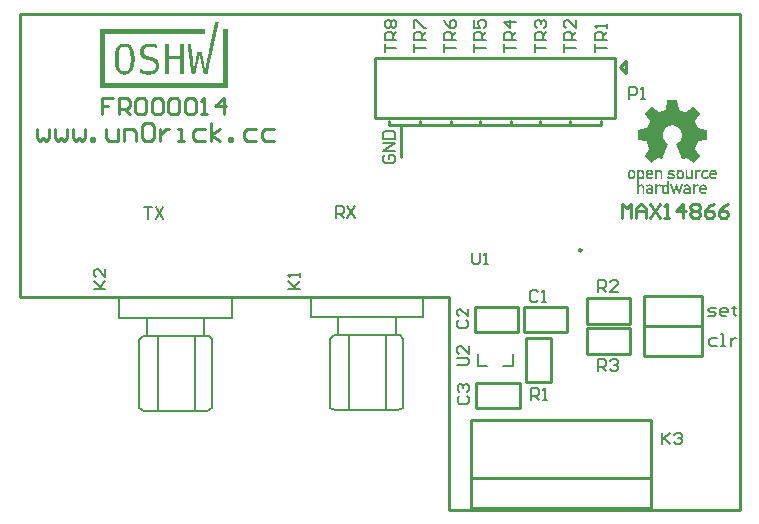
<source format=gto>
G04*
G04 #@! TF.GenerationSoftware,Altium Limited,Altium Designer,20.2.5 (213)*
G04*
G04 Layer_Color=65535*
%FSLAX42Y42*%
%MOMM*%
G71*
G04*
G04 #@! TF.SameCoordinates,652FF055-600A-4CD0-B872-06A474BCBBFF*
G04*
G04*
G04 #@! TF.FilePolarity,Positive*
G04*
G01*
G75*
%ADD10C,0.25*%
%ADD11C,0.20*%
%ADD12C,0.25*%
%ADD13C,0.19*%
%ADD14C,0.16*%
G36*
X5117Y9248D02*
X5130D01*
Y9247D01*
X5138D01*
Y9245D01*
X5146D01*
Y9244D01*
X5152D01*
Y9242D01*
X5157D01*
Y9240D01*
X5159D01*
Y9239D01*
X5164D01*
Y9237D01*
X5167D01*
Y9236D01*
Y9234D01*
Y9232D01*
Y9231D01*
Y9229D01*
Y9228D01*
Y9226D01*
Y9224D01*
Y9223D01*
Y9221D01*
Y9220D01*
Y9218D01*
Y9217D01*
Y9215D01*
Y9213D01*
Y9212D01*
Y9210D01*
Y9209D01*
Y9207D01*
Y9205D01*
X5165D01*
Y9207D01*
Y9209D01*
X5164D01*
Y9210D01*
X5159D01*
Y9212D01*
X5156D01*
Y9213D01*
X5152D01*
Y9215D01*
X5148D01*
Y9217D01*
X5143D01*
Y9218D01*
Y9220D01*
X5136D01*
Y9221D01*
X5132D01*
Y9223D01*
X5122D01*
Y9224D01*
X5089D01*
Y9223D01*
X5081D01*
Y9221D01*
X5076D01*
Y9220D01*
X5071D01*
Y9218D01*
Y9217D01*
X5069D01*
Y9215D01*
X5066D01*
Y9213D01*
X5065D01*
Y9212D01*
X5061D01*
Y9210D01*
X5060D01*
Y9209D01*
X5058D01*
Y9207D01*
Y9205D01*
X5055D01*
Y9204D01*
X5057D01*
Y9202D01*
X5054D01*
Y9201D01*
Y9199D01*
X5052D01*
Y9197D01*
Y9196D01*
Y9194D01*
Y9193D01*
Y9191D01*
X5050D01*
Y9189D01*
Y9188D01*
Y9186D01*
Y9185D01*
Y9183D01*
Y9181D01*
Y9180D01*
Y9178D01*
Y9177D01*
Y9175D01*
Y9173D01*
Y9172D01*
X5052D01*
Y9170D01*
Y9169D01*
Y9167D01*
Y9166D01*
Y9164D01*
X5054D01*
Y9162D01*
Y9161D01*
X5057D01*
Y9159D01*
X5058D01*
Y9158D01*
Y9156D01*
Y9154D01*
X5060D01*
Y9153D01*
X5065D01*
Y9151D01*
X5066D01*
Y9150D01*
X5069D01*
Y9148D01*
X5073D01*
Y9146D01*
X5074D01*
Y9145D01*
X5079D01*
Y9143D01*
X5082D01*
Y9142D01*
X5090D01*
Y9140D01*
X5098D01*
Y9138D01*
X5105D01*
Y9137D01*
X5106D01*
Y9135D01*
X5114D01*
Y9134D01*
X5120D01*
Y9132D01*
X5128D01*
Y9130D01*
X5133D01*
Y9129D01*
X5136D01*
Y9127D01*
X5141D01*
Y9126D01*
Y9124D01*
X5144D01*
Y9122D01*
X5149D01*
Y9121D01*
X5152D01*
Y9119D01*
X5156D01*
Y9118D01*
X5157D01*
Y9116D01*
X5159D01*
Y9115D01*
X5160D01*
Y9113D01*
X5162D01*
Y9111D01*
X5164D01*
Y9110D01*
X5165D01*
Y9108D01*
X5167D01*
Y9107D01*
X5168D01*
Y9105D01*
X5170D01*
Y9103D01*
X5171D01*
Y9102D01*
X5170D01*
Y9100D01*
X5173D01*
Y9099D01*
X5175D01*
Y9097D01*
Y9095D01*
Y9094D01*
X5176D01*
Y9092D01*
Y9091D01*
Y9089D01*
X5178D01*
Y9087D01*
Y9086D01*
Y9084D01*
Y9083D01*
X5179D01*
Y9081D01*
Y9079D01*
Y9078D01*
Y9076D01*
Y9075D01*
X5181D01*
Y9073D01*
X5183D01*
Y9071D01*
Y9070D01*
Y9068D01*
Y9067D01*
Y9065D01*
Y9064D01*
Y9062D01*
Y9060D01*
Y9059D01*
Y9057D01*
Y9056D01*
Y9054D01*
Y9052D01*
Y9051D01*
Y9049D01*
Y9048D01*
X5179D01*
Y9046D01*
Y9044D01*
Y9043D01*
Y9041D01*
Y9040D01*
Y9038D01*
X5178D01*
Y9036D01*
Y9035D01*
Y9033D01*
X5176D01*
Y9032D01*
Y9030D01*
Y9028D01*
Y9027D01*
X5175D01*
Y9025D01*
Y9024D01*
X5173D01*
Y9022D01*
Y9020D01*
X5171D01*
Y9019D01*
Y9017D01*
X5170D01*
Y9016D01*
X5167D01*
Y9014D01*
Y9013D01*
X5165D01*
Y9011D01*
X5164D01*
Y9009D01*
Y9008D01*
X5162D01*
Y9006D01*
X5160D01*
Y9005D01*
X5156D01*
Y9003D01*
X5154D01*
Y9001D01*
X5151D01*
Y9000D01*
X5149D01*
Y8998D01*
X5148D01*
Y8997D01*
X5143D01*
Y8995D01*
X5140D01*
Y8993D01*
X5135D01*
Y8992D01*
X5128D01*
Y8990D01*
X5119D01*
Y8989D01*
X5117D01*
Y8987D01*
X5071D01*
Y8989D01*
Y8990D01*
X5060D01*
Y8992D01*
X5052D01*
Y8993D01*
X5044D01*
Y8995D01*
X5039D01*
Y8997D01*
X5033D01*
Y8998D01*
Y9000D01*
X5028D01*
Y9001D01*
X5023D01*
Y9003D01*
X5022D01*
Y9005D01*
X5023D01*
Y9006D01*
Y9008D01*
Y9009D01*
Y9011D01*
Y9013D01*
Y9014D01*
Y9016D01*
Y9017D01*
Y9019D01*
Y9020D01*
Y9022D01*
Y9024D01*
Y9025D01*
Y9027D01*
Y9028D01*
Y9030D01*
Y9032D01*
Y9033D01*
X5022D01*
Y9035D01*
X5026D01*
Y9033D01*
X5028D01*
Y9032D01*
X5030D01*
Y9030D01*
X5033D01*
Y9028D01*
X5036D01*
Y9027D01*
X5039D01*
Y9025D01*
X5046D01*
Y9024D01*
X5049D01*
Y9022D01*
Y9020D01*
X5054D01*
Y9019D01*
X5058D01*
Y9017D01*
X5065D01*
Y9016D01*
X5071D01*
Y9014D01*
X5087D01*
Y9013D01*
X5103D01*
Y9014D01*
X5116D01*
Y9016D01*
X5122D01*
Y9017D01*
X5127D01*
Y9019D01*
X5132D01*
Y9020D01*
X5133D01*
Y9022D01*
Y9024D01*
X5136D01*
Y9025D01*
X5138D01*
Y9027D01*
X5141D01*
Y9028D01*
X5143D01*
Y9030D01*
X5144D01*
Y9032D01*
Y9033D01*
Y9035D01*
X5146D01*
Y9036D01*
Y9038D01*
X5149D01*
Y9040D01*
Y9041D01*
Y9043D01*
Y9044D01*
X5151D01*
Y9046D01*
Y9048D01*
Y9049D01*
Y9051D01*
Y9052D01*
X5152D01*
Y9054D01*
Y9056D01*
Y9057D01*
Y9059D01*
Y9060D01*
Y9062D01*
Y9064D01*
Y9065D01*
X5151D01*
Y9067D01*
Y9068D01*
Y9070D01*
Y9071D01*
Y9073D01*
Y9075D01*
X5148D01*
Y9076D01*
X5149D01*
Y9078D01*
Y9079D01*
X5146D01*
Y9081D01*
Y9083D01*
Y9084D01*
X5144D01*
Y9086D01*
X5143D01*
Y9087D01*
Y9089D01*
X5141D01*
Y9091D01*
X5136D01*
Y9092D01*
Y9094D01*
X5135D01*
Y9095D01*
X5132D01*
Y9097D01*
X5127D01*
Y9099D01*
X5124D01*
Y9100D01*
X5119D01*
Y9102D01*
X5112D01*
Y9103D01*
Y9105D01*
X5105D01*
Y9107D01*
X5097D01*
Y9108D01*
X5089D01*
Y9110D01*
X5081D01*
Y9111D01*
X5074D01*
Y9113D01*
Y9115D01*
X5066D01*
Y9116D01*
X5063D01*
Y9118D01*
X5060D01*
Y9119D01*
X5054D01*
Y9121D01*
X5050D01*
Y9122D01*
X5049D01*
Y9124D01*
Y9126D01*
X5044D01*
Y9127D01*
X5042D01*
Y9129D01*
X5039D01*
Y9130D01*
X5038D01*
Y9132D01*
X5036D01*
Y9134D01*
X5034D01*
Y9135D01*
Y9137D01*
Y9138D01*
X5031D01*
Y9140D01*
X5030D01*
Y9142D01*
X5028D01*
Y9143D01*
Y9145D01*
Y9146D01*
X5026D01*
Y9148D01*
Y9150D01*
X5025D01*
Y9151D01*
Y9153D01*
Y9154D01*
X5023D01*
Y9156D01*
X5022D01*
Y9158D01*
X5023D01*
Y9159D01*
Y9161D01*
X5020D01*
Y9162D01*
Y9164D01*
Y9166D01*
Y9167D01*
Y9169D01*
Y9170D01*
Y9172D01*
Y9173D01*
Y9175D01*
Y9177D01*
Y9178D01*
Y9180D01*
Y9181D01*
Y9183D01*
Y9185D01*
Y9186D01*
Y9188D01*
Y9189D01*
Y9191D01*
Y9193D01*
X5023D01*
Y9194D01*
Y9196D01*
Y9197D01*
X5022D01*
Y9199D01*
Y9201D01*
X5025D01*
Y9202D01*
Y9204D01*
Y9205D01*
X5026D01*
Y9207D01*
Y9209D01*
X5028D01*
Y9210D01*
Y9212D01*
Y9213D01*
X5030D01*
Y9215D01*
X5031D01*
Y9217D01*
Y9218D01*
X5033D01*
Y9220D01*
X5034D01*
Y9221D01*
X5036D01*
Y9223D01*
X5038D01*
Y9224D01*
Y9226D01*
X5039D01*
Y9228D01*
X5041D01*
Y9229D01*
X5044D01*
Y9231D01*
X5046D01*
Y9232D01*
X5047D01*
Y9234D01*
X5049D01*
Y9236D01*
X5052D01*
Y9237D01*
X5054D01*
Y9239D01*
X5057D01*
Y9240D01*
X5058D01*
Y9242D01*
X5061D01*
Y9244D01*
X5068D01*
Y9245D01*
X5071D01*
Y9247D01*
X5079D01*
Y9248D01*
X5090D01*
Y9250D01*
X5117D01*
Y9248D01*
D02*
G37*
G36*
X5382Y9245D02*
X5393D01*
Y9244D01*
Y9242D01*
Y9240D01*
Y9239D01*
Y9237D01*
Y9236D01*
Y9234D01*
Y9232D01*
Y9231D01*
Y9229D01*
Y9228D01*
Y9226D01*
Y9224D01*
Y9223D01*
Y9221D01*
Y9220D01*
Y9218D01*
Y9217D01*
Y9215D01*
Y9213D01*
Y9212D01*
Y9210D01*
Y9209D01*
Y9207D01*
Y9205D01*
Y9204D01*
Y9202D01*
Y9201D01*
Y9199D01*
Y9197D01*
Y9196D01*
Y9194D01*
Y9193D01*
Y9191D01*
Y9189D01*
Y9188D01*
Y9186D01*
Y9185D01*
Y9183D01*
Y9181D01*
Y9180D01*
Y9178D01*
Y9177D01*
Y9175D01*
Y9173D01*
Y9172D01*
Y9170D01*
Y9169D01*
Y9167D01*
Y9166D01*
Y9164D01*
Y9162D01*
Y9161D01*
Y9159D01*
Y9158D01*
Y9156D01*
Y9154D01*
Y9153D01*
Y9151D01*
Y9150D01*
Y9148D01*
Y9146D01*
Y9145D01*
Y9143D01*
Y9142D01*
Y9140D01*
Y9138D01*
Y9137D01*
Y9135D01*
Y9134D01*
Y9132D01*
Y9130D01*
Y9129D01*
Y9127D01*
Y9126D01*
Y9124D01*
Y9122D01*
Y9121D01*
Y9119D01*
Y9118D01*
Y9116D01*
Y9115D01*
Y9113D01*
Y9111D01*
Y9110D01*
Y9108D01*
Y9107D01*
Y9105D01*
Y9103D01*
Y9102D01*
Y9100D01*
Y9099D01*
Y9097D01*
Y9095D01*
Y9094D01*
Y9092D01*
Y9091D01*
Y9089D01*
Y9087D01*
Y9086D01*
Y9084D01*
Y9083D01*
Y9081D01*
Y9079D01*
Y9078D01*
Y9076D01*
Y9075D01*
Y9073D01*
Y9071D01*
Y9070D01*
Y9068D01*
Y9067D01*
Y9065D01*
Y9064D01*
Y9062D01*
Y9060D01*
Y9059D01*
Y9057D01*
Y9056D01*
Y9054D01*
Y9052D01*
Y9051D01*
Y9049D01*
Y9048D01*
Y9046D01*
Y9044D01*
Y9043D01*
Y9041D01*
Y9040D01*
Y9038D01*
Y9036D01*
Y9035D01*
Y9033D01*
Y9032D01*
Y9030D01*
Y9028D01*
Y9027D01*
Y9025D01*
Y9024D01*
Y9022D01*
Y9020D01*
Y9019D01*
Y9017D01*
Y9016D01*
Y9014D01*
Y9013D01*
Y9011D01*
Y9009D01*
Y9008D01*
Y9006D01*
Y9005D01*
Y9003D01*
Y9001D01*
Y9000D01*
Y8998D01*
Y8997D01*
Y8995D01*
Y8993D01*
Y8992D01*
X5361D01*
Y8993D01*
Y8995D01*
Y8997D01*
Y8998D01*
Y9000D01*
Y9001D01*
Y9003D01*
Y9005D01*
Y9006D01*
Y9008D01*
Y9009D01*
Y9011D01*
Y9013D01*
Y9014D01*
Y9016D01*
Y9017D01*
Y9019D01*
Y9020D01*
Y9022D01*
Y9024D01*
Y9025D01*
Y9027D01*
Y9028D01*
Y9030D01*
Y9032D01*
Y9033D01*
Y9035D01*
Y9036D01*
Y9038D01*
Y9040D01*
Y9041D01*
Y9043D01*
Y9044D01*
Y9046D01*
Y9048D01*
Y9049D01*
Y9051D01*
Y9052D01*
Y9054D01*
Y9056D01*
Y9057D01*
Y9059D01*
Y9060D01*
Y9062D01*
Y9064D01*
Y9065D01*
Y9067D01*
Y9068D01*
Y9070D01*
Y9071D01*
Y9073D01*
Y9075D01*
Y9076D01*
Y9078D01*
Y9079D01*
Y9081D01*
Y9083D01*
Y9084D01*
Y9086D01*
Y9087D01*
Y9089D01*
Y9091D01*
Y9092D01*
Y9094D01*
Y9095D01*
Y9097D01*
Y9099D01*
Y9100D01*
Y9102D01*
Y9103D01*
Y9105D01*
Y9107D01*
Y9108D01*
Y9110D01*
Y9111D01*
Y9113D01*
Y9115D01*
X5262D01*
Y9113D01*
Y9111D01*
Y9110D01*
Y9108D01*
Y9107D01*
Y9105D01*
Y9103D01*
Y9102D01*
Y9100D01*
Y9099D01*
Y9097D01*
Y9095D01*
Y9094D01*
Y9092D01*
Y9091D01*
Y9089D01*
Y9087D01*
Y9086D01*
Y9084D01*
Y9083D01*
Y9081D01*
Y9079D01*
Y9078D01*
Y9076D01*
Y9075D01*
Y9073D01*
Y9071D01*
Y9070D01*
Y9068D01*
Y9067D01*
Y9065D01*
Y9064D01*
Y9062D01*
Y9060D01*
Y9059D01*
Y9057D01*
Y9056D01*
Y9054D01*
Y9052D01*
Y9051D01*
Y9049D01*
Y9048D01*
Y9046D01*
Y9044D01*
Y9043D01*
Y9041D01*
Y9040D01*
Y9038D01*
Y9036D01*
Y9035D01*
Y9033D01*
Y9032D01*
Y9030D01*
Y9028D01*
Y9027D01*
Y9025D01*
Y9024D01*
Y9022D01*
Y9020D01*
Y9019D01*
Y9017D01*
Y9016D01*
Y9014D01*
Y9013D01*
Y9011D01*
Y9009D01*
Y9008D01*
Y9006D01*
Y9005D01*
Y9003D01*
Y9001D01*
Y9000D01*
Y8998D01*
Y8997D01*
Y8995D01*
Y8993D01*
Y8992D01*
X5230D01*
Y8993D01*
Y8995D01*
Y8997D01*
Y8998D01*
Y9000D01*
Y9001D01*
Y9003D01*
Y9005D01*
Y9006D01*
Y9008D01*
Y9009D01*
Y9011D01*
Y9013D01*
Y9014D01*
Y9016D01*
Y9017D01*
Y9019D01*
Y9020D01*
Y9022D01*
Y9024D01*
Y9025D01*
Y9027D01*
Y9028D01*
Y9030D01*
Y9032D01*
Y9033D01*
Y9035D01*
Y9036D01*
Y9038D01*
Y9040D01*
Y9041D01*
Y9043D01*
Y9044D01*
Y9046D01*
Y9048D01*
Y9049D01*
Y9051D01*
Y9052D01*
Y9054D01*
Y9056D01*
Y9057D01*
Y9059D01*
Y9060D01*
Y9062D01*
Y9064D01*
Y9065D01*
Y9067D01*
Y9068D01*
Y9070D01*
Y9071D01*
Y9073D01*
Y9075D01*
Y9076D01*
Y9078D01*
Y9079D01*
Y9081D01*
Y9083D01*
Y9084D01*
Y9086D01*
Y9087D01*
Y9089D01*
Y9091D01*
Y9092D01*
Y9094D01*
Y9095D01*
Y9097D01*
Y9099D01*
Y9100D01*
Y9102D01*
Y9103D01*
Y9105D01*
Y9107D01*
Y9108D01*
Y9110D01*
Y9111D01*
Y9113D01*
Y9115D01*
Y9116D01*
Y9118D01*
Y9119D01*
Y9121D01*
Y9122D01*
Y9124D01*
Y9126D01*
Y9127D01*
Y9129D01*
Y9130D01*
Y9132D01*
Y9134D01*
Y9135D01*
Y9137D01*
Y9138D01*
Y9140D01*
Y9142D01*
Y9143D01*
Y9145D01*
Y9146D01*
Y9148D01*
Y9150D01*
Y9151D01*
Y9153D01*
Y9154D01*
Y9156D01*
Y9158D01*
Y9159D01*
Y9161D01*
Y9162D01*
Y9164D01*
Y9166D01*
Y9167D01*
Y9169D01*
Y9170D01*
Y9172D01*
Y9173D01*
Y9175D01*
Y9177D01*
Y9178D01*
Y9180D01*
Y9181D01*
Y9183D01*
Y9185D01*
Y9186D01*
Y9188D01*
Y9189D01*
Y9191D01*
Y9193D01*
Y9194D01*
Y9196D01*
Y9197D01*
Y9199D01*
Y9201D01*
Y9202D01*
Y9204D01*
Y9205D01*
Y9207D01*
Y9209D01*
Y9210D01*
Y9212D01*
Y9213D01*
Y9215D01*
Y9217D01*
Y9218D01*
Y9220D01*
Y9221D01*
Y9223D01*
Y9224D01*
Y9226D01*
Y9228D01*
Y9229D01*
Y9231D01*
Y9232D01*
Y9234D01*
Y9236D01*
Y9237D01*
Y9239D01*
Y9240D01*
Y9242D01*
Y9244D01*
Y9245D01*
X5232D01*
Y9247D01*
X5261D01*
Y9245D01*
X5262D01*
Y9244D01*
Y9242D01*
Y9240D01*
Y9239D01*
Y9237D01*
Y9236D01*
Y9234D01*
Y9232D01*
Y9231D01*
Y9229D01*
Y9228D01*
Y9226D01*
Y9224D01*
Y9223D01*
Y9221D01*
Y9220D01*
Y9218D01*
Y9217D01*
Y9215D01*
Y9213D01*
Y9212D01*
Y9210D01*
Y9209D01*
Y9207D01*
Y9205D01*
Y9204D01*
Y9202D01*
Y9201D01*
Y9199D01*
Y9197D01*
Y9196D01*
Y9194D01*
Y9193D01*
Y9191D01*
Y9189D01*
Y9188D01*
Y9186D01*
Y9185D01*
Y9183D01*
Y9181D01*
Y9180D01*
Y9178D01*
Y9177D01*
Y9175D01*
Y9173D01*
Y9172D01*
Y9170D01*
Y9169D01*
Y9167D01*
Y9166D01*
Y9164D01*
Y9162D01*
Y9161D01*
Y9159D01*
Y9158D01*
Y9156D01*
Y9154D01*
Y9153D01*
Y9151D01*
Y9150D01*
Y9148D01*
Y9146D01*
Y9145D01*
Y9143D01*
Y9142D01*
X5361D01*
Y9143D01*
Y9145D01*
Y9146D01*
Y9148D01*
Y9150D01*
Y9151D01*
Y9153D01*
Y9154D01*
Y9156D01*
Y9158D01*
Y9159D01*
Y9161D01*
Y9162D01*
Y9164D01*
Y9166D01*
Y9167D01*
Y9169D01*
Y9170D01*
Y9172D01*
Y9173D01*
Y9175D01*
Y9177D01*
Y9178D01*
Y9180D01*
Y9181D01*
Y9183D01*
Y9185D01*
Y9186D01*
Y9188D01*
Y9189D01*
Y9191D01*
Y9193D01*
Y9194D01*
Y9196D01*
Y9197D01*
Y9199D01*
Y9201D01*
Y9202D01*
Y9204D01*
Y9205D01*
Y9207D01*
Y9209D01*
Y9210D01*
Y9212D01*
Y9213D01*
Y9215D01*
Y9217D01*
Y9218D01*
Y9220D01*
Y9221D01*
Y9223D01*
Y9224D01*
Y9226D01*
Y9228D01*
Y9229D01*
Y9231D01*
Y9232D01*
Y9234D01*
Y9236D01*
Y9237D01*
Y9239D01*
Y9240D01*
Y9242D01*
Y9244D01*
Y9245D01*
X5368D01*
Y9247D01*
X5382D01*
Y9245D01*
D02*
G37*
G36*
X5686Y9435D02*
Y9433D01*
Y9432D01*
Y9430D01*
X5685D01*
Y9429D01*
Y9427D01*
Y9425D01*
Y9424D01*
Y9422D01*
Y9421D01*
X5682D01*
Y9419D01*
Y9417D01*
Y9416D01*
Y9414D01*
Y9413D01*
X5683D01*
Y9411D01*
X5680D01*
Y9409D01*
Y9408D01*
Y9406D01*
Y9405D01*
Y9403D01*
X5678D01*
Y9401D01*
Y9400D01*
Y9398D01*
Y9397D01*
Y9395D01*
Y9393D01*
X5677D01*
Y9392D01*
Y9390D01*
Y9389D01*
Y9387D01*
Y9385D01*
X5675D01*
Y9384D01*
Y9382D01*
Y9381D01*
Y9379D01*
Y9378D01*
X5674D01*
Y9376D01*
Y9374D01*
Y9373D01*
Y9371D01*
Y9370D01*
Y9368D01*
X5670D01*
Y9366D01*
Y9365D01*
Y9363D01*
Y9362D01*
Y9360D01*
X5669D01*
Y9358D01*
Y9357D01*
Y9355D01*
Y9354D01*
Y9352D01*
Y9350D01*
X5667D01*
Y9349D01*
Y9347D01*
Y9346D01*
Y9344D01*
Y9342D01*
Y9341D01*
X5666D01*
Y9339D01*
Y9338D01*
Y9336D01*
Y9334D01*
X5664D01*
Y9333D01*
Y9331D01*
Y9330D01*
Y9328D01*
Y9327D01*
Y9325D01*
X5661D01*
Y9323D01*
Y9322D01*
Y9320D01*
Y9319D01*
X5662D01*
Y9317D01*
X5659D01*
Y9315D01*
Y9314D01*
Y9312D01*
Y9311D01*
Y9309D01*
Y9307D01*
X5658D01*
Y9306D01*
Y9304D01*
Y9303D01*
Y9301D01*
Y9299D01*
Y9298D01*
X5656D01*
Y9296D01*
Y9295D01*
Y9293D01*
Y9291D01*
X5654D01*
Y9290D01*
Y9288D01*
Y9287D01*
Y9285D01*
Y9283D01*
Y9282D01*
X5653D01*
Y9280D01*
Y9279D01*
Y9277D01*
Y9276D01*
Y9274D01*
X5650D01*
Y9272D01*
Y9271D01*
Y9269D01*
Y9268D01*
Y9266D01*
X5651D01*
Y9264D01*
X5648D01*
Y9263D01*
Y9261D01*
Y9260D01*
Y9258D01*
Y9256D01*
X5646D01*
Y9255D01*
Y9253D01*
Y9252D01*
Y9250D01*
Y9248D01*
Y9247D01*
X5645D01*
Y9245D01*
Y9244D01*
Y9242D01*
Y9240D01*
Y9239D01*
Y9237D01*
X5643D01*
Y9236D01*
Y9234D01*
Y9232D01*
Y9231D01*
X5642D01*
Y9229D01*
X5640D01*
Y9228D01*
Y9226D01*
Y9224D01*
Y9223D01*
X5642D01*
Y9221D01*
X5638D01*
Y9220D01*
Y9218D01*
Y9217D01*
Y9215D01*
Y9213D01*
Y9212D01*
X5637D01*
Y9210D01*
Y9209D01*
Y9207D01*
Y9205D01*
Y9204D01*
X5635D01*
Y9202D01*
Y9201D01*
Y9199D01*
Y9197D01*
Y9196D01*
Y9194D01*
X5634D01*
Y9193D01*
Y9191D01*
Y9189D01*
Y9188D01*
Y9186D01*
Y9185D01*
X5632D01*
Y9183D01*
Y9181D01*
Y9180D01*
Y9178D01*
X5629D01*
Y9177D01*
Y9175D01*
Y9173D01*
Y9172D01*
Y9170D01*
X5631D01*
Y9169D01*
X5627D01*
Y9167D01*
Y9166D01*
Y9164D01*
Y9162D01*
Y9161D01*
X5626D01*
Y9159D01*
Y9158D01*
Y9156D01*
Y9154D01*
Y9153D01*
Y9151D01*
X5624D01*
Y9150D01*
Y9148D01*
Y9146D01*
Y9145D01*
Y9143D01*
X5623D01*
Y9142D01*
Y9140D01*
Y9138D01*
Y9137D01*
Y9135D01*
X5621D01*
Y9134D01*
X5619D01*
Y9132D01*
Y9130D01*
Y9129D01*
Y9127D01*
X5621D01*
Y9126D01*
X5618D01*
Y9124D01*
Y9122D01*
Y9121D01*
Y9119D01*
Y9118D01*
X5616D01*
Y9116D01*
Y9115D01*
Y9113D01*
Y9111D01*
Y9110D01*
Y9108D01*
X5615D01*
Y9107D01*
Y9105D01*
Y9103D01*
Y9102D01*
Y9100D01*
Y9099D01*
X5613D01*
Y9097D01*
Y9095D01*
Y9094D01*
Y9092D01*
Y9091D01*
X5611D01*
Y9089D01*
Y9087D01*
Y9086D01*
Y9084D01*
Y9083D01*
Y9081D01*
X5608D01*
Y9079D01*
Y9078D01*
Y9076D01*
X5610D01*
Y9075D01*
X5607D01*
Y9073D01*
Y9071D01*
Y9070D01*
Y9068D01*
Y9067D01*
Y9065D01*
X5605D01*
Y9064D01*
Y9062D01*
Y9060D01*
Y9059D01*
Y9057D01*
X5603D01*
Y9056D01*
Y9054D01*
Y9052D01*
Y9051D01*
Y9049D01*
Y9048D01*
X5602D01*
Y9046D01*
Y9044D01*
Y9043D01*
Y9041D01*
Y9040D01*
Y9038D01*
X5600D01*
Y9036D01*
Y9035D01*
Y9033D01*
Y9032D01*
X5597D01*
Y9030D01*
Y9028D01*
Y9027D01*
Y9025D01*
Y9024D01*
Y9022D01*
X5595D01*
Y9020D01*
Y9019D01*
Y9017D01*
Y9016D01*
Y9014D01*
Y9013D01*
X5594D01*
Y9011D01*
Y9009D01*
Y9008D01*
Y9006D01*
Y9005D01*
X5592D01*
Y9003D01*
Y9001D01*
Y9000D01*
Y8998D01*
Y8997D01*
Y8995D01*
X5591D01*
Y8993D01*
Y8992D01*
X5560D01*
Y8993D01*
Y8995D01*
X5559D01*
Y8997D01*
Y8998D01*
Y9000D01*
Y9001D01*
Y9003D01*
X5557D01*
Y9005D01*
Y9006D01*
Y9008D01*
Y9009D01*
Y9011D01*
Y9013D01*
X5554D01*
Y9014D01*
Y9016D01*
Y9017D01*
Y9019D01*
Y9020D01*
X5552D01*
Y9022D01*
Y9024D01*
Y9025D01*
Y9027D01*
X5551D01*
Y9028D01*
Y9030D01*
Y9032D01*
Y9033D01*
Y9035D01*
Y9036D01*
X5549D01*
Y9038D01*
Y9040D01*
Y9041D01*
Y9043D01*
Y9044D01*
X5548D01*
Y9046D01*
Y9048D01*
Y9049D01*
Y9051D01*
Y9052D01*
X5544D01*
Y9054D01*
X5546D01*
Y9056D01*
Y9057D01*
Y9059D01*
Y9060D01*
X5543D01*
Y9062D01*
Y9064D01*
Y9065D01*
Y9067D01*
Y9068D01*
X5541D01*
Y9070D01*
Y9071D01*
Y9073D01*
Y9075D01*
Y9076D01*
Y9078D01*
X5540D01*
Y9079D01*
Y9081D01*
Y9083D01*
Y9084D01*
Y9086D01*
X5538D01*
Y9087D01*
Y9089D01*
Y9091D01*
Y9092D01*
Y9094D01*
X5536D01*
Y9095D01*
Y9097D01*
Y9099D01*
Y9100D01*
Y9102D01*
X5533D01*
Y9103D01*
Y9105D01*
Y9107D01*
Y9108D01*
Y9110D01*
X5532D01*
Y9111D01*
Y9113D01*
Y9115D01*
Y9116D01*
Y9118D01*
X5530D01*
Y9119D01*
Y9121D01*
Y9122D01*
Y9124D01*
Y9126D01*
Y9127D01*
X5529D01*
Y9129D01*
Y9130D01*
Y9132D01*
Y9134D01*
Y9135D01*
X5527D01*
Y9137D01*
Y9138D01*
Y9140D01*
Y9142D01*
X5522D01*
Y9140D01*
Y9138D01*
X5521D01*
Y9137D01*
Y9135D01*
Y9134D01*
Y9132D01*
Y9130D01*
X5519D01*
Y9129D01*
Y9127D01*
Y9126D01*
Y9124D01*
Y9122D01*
X5517D01*
Y9121D01*
Y9119D01*
Y9118D01*
Y9116D01*
Y9115D01*
X5516D01*
Y9113D01*
X5514D01*
Y9111D01*
Y9110D01*
Y9108D01*
X5516D01*
Y9107D01*
X5513D01*
Y9105D01*
Y9103D01*
Y9102D01*
Y9100D01*
Y9099D01*
X5511D01*
Y9097D01*
Y9095D01*
Y9094D01*
Y9092D01*
Y9091D01*
Y9089D01*
X5509D01*
Y9087D01*
Y9086D01*
Y9084D01*
Y9083D01*
Y9081D01*
X5508D01*
Y9079D01*
Y9078D01*
Y9076D01*
Y9075D01*
Y9073D01*
X5506D01*
Y9071D01*
Y9070D01*
Y9068D01*
Y9067D01*
Y9065D01*
X5503D01*
Y9064D01*
Y9062D01*
Y9060D01*
Y9059D01*
Y9057D01*
X5501D01*
Y9056D01*
Y9054D01*
Y9052D01*
Y9051D01*
Y9049D01*
Y9048D01*
X5500D01*
Y9046D01*
Y9044D01*
Y9043D01*
Y9041D01*
Y9040D01*
X5498D01*
Y9038D01*
Y9036D01*
Y9035D01*
Y9033D01*
Y9032D01*
X5497D01*
Y9030D01*
Y9028D01*
Y9027D01*
Y9025D01*
Y9024D01*
X5493D01*
Y9022D01*
Y9020D01*
Y9019D01*
Y9017D01*
X5495D01*
Y9016D01*
X5492D01*
Y9014D01*
Y9013D01*
Y9011D01*
Y9009D01*
Y9008D01*
Y9006D01*
X5490D01*
Y9005D01*
Y9003D01*
Y9001D01*
Y9000D01*
X5489D01*
Y8998D01*
Y8997D01*
Y8995D01*
Y8993D01*
X5487D01*
Y8992D01*
X5458D01*
Y8993D01*
X5457D01*
Y8995D01*
Y8997D01*
Y8998D01*
Y9000D01*
Y9001D01*
Y9003D01*
X5455D01*
Y9005D01*
Y9006D01*
Y9008D01*
Y9009D01*
Y9011D01*
Y9013D01*
Y9014D01*
Y9016D01*
X5454D01*
Y9017D01*
Y9019D01*
Y9020D01*
Y9022D01*
Y9024D01*
Y9025D01*
Y9027D01*
Y9028D01*
X5452D01*
Y9030D01*
Y9032D01*
Y9033D01*
Y9035D01*
Y9036D01*
Y9038D01*
Y9040D01*
X5449D01*
Y9041D01*
Y9043D01*
Y9044D01*
Y9046D01*
Y9048D01*
Y9049D01*
Y9051D01*
Y9052D01*
Y9054D01*
X5447D01*
Y9056D01*
Y9057D01*
Y9059D01*
Y9060D01*
Y9062D01*
Y9064D01*
Y9065D01*
Y9067D01*
X5446D01*
Y9068D01*
Y9070D01*
Y9071D01*
Y9073D01*
Y9075D01*
Y9076D01*
Y9078D01*
X5444D01*
Y9079D01*
Y9081D01*
Y9083D01*
Y9084D01*
Y9086D01*
Y9087D01*
Y9089D01*
Y9091D01*
X5442D01*
Y9092D01*
Y9094D01*
Y9095D01*
Y9097D01*
Y9099D01*
Y9100D01*
Y9102D01*
Y9103D01*
Y9105D01*
X5439D01*
Y9107D01*
Y9108D01*
Y9110D01*
Y9111D01*
Y9113D01*
Y9115D01*
Y9116D01*
Y9118D01*
X5438D01*
Y9119D01*
Y9121D01*
Y9122D01*
Y9124D01*
Y9126D01*
Y9127D01*
Y9129D01*
X5436D01*
Y9130D01*
Y9132D01*
Y9134D01*
Y9135D01*
Y9137D01*
Y9138D01*
Y9140D01*
Y9142D01*
X5434D01*
Y9143D01*
Y9145D01*
Y9146D01*
Y9148D01*
Y9150D01*
Y9151D01*
Y9153D01*
X5433D01*
Y9154D01*
Y9156D01*
Y9158D01*
Y9159D01*
Y9161D01*
Y9162D01*
Y9164D01*
Y9166D01*
Y9167D01*
X5431D01*
Y9169D01*
Y9170D01*
Y9172D01*
Y9173D01*
Y9175D01*
Y9177D01*
Y9178D01*
Y9180D01*
X5428D01*
Y9181D01*
Y9183D01*
Y9185D01*
Y9186D01*
Y9188D01*
Y9189D01*
Y9191D01*
Y9193D01*
X5427D01*
Y9194D01*
Y9196D01*
Y9197D01*
Y9199D01*
Y9201D01*
Y9202D01*
Y9204D01*
X5425D01*
Y9205D01*
Y9207D01*
Y9209D01*
Y9210D01*
Y9212D01*
Y9213D01*
Y9215D01*
Y9217D01*
X5423D01*
Y9218D01*
Y9220D01*
Y9221D01*
Y9223D01*
Y9224D01*
Y9226D01*
Y9228D01*
Y9229D01*
Y9231D01*
X5422D01*
Y9232D01*
Y9234D01*
Y9236D01*
Y9237D01*
Y9239D01*
Y9240D01*
Y9242D01*
X5419D01*
Y9244D01*
Y9245D01*
X5450D01*
Y9244D01*
Y9242D01*
Y9240D01*
Y9239D01*
Y9237D01*
Y9236D01*
Y9234D01*
X5454D01*
Y9232D01*
X5452D01*
Y9231D01*
Y9229D01*
Y9228D01*
Y9226D01*
Y9224D01*
Y9223D01*
Y9221D01*
Y9220D01*
X5454D01*
Y9218D01*
X5455D01*
Y9217D01*
Y9215D01*
Y9213D01*
Y9212D01*
Y9210D01*
Y9209D01*
Y9207D01*
Y9205D01*
Y9204D01*
Y9202D01*
X5457D01*
Y9201D01*
Y9199D01*
Y9197D01*
Y9196D01*
Y9194D01*
Y9193D01*
Y9191D01*
Y9189D01*
Y9188D01*
Y9186D01*
X5458D01*
Y9185D01*
Y9183D01*
Y9181D01*
Y9180D01*
Y9178D01*
Y9177D01*
Y9175D01*
Y9173D01*
Y9172D01*
Y9170D01*
X5460D01*
Y9169D01*
Y9167D01*
Y9166D01*
Y9164D01*
Y9162D01*
Y9161D01*
Y9159D01*
Y9158D01*
Y9156D01*
Y9154D01*
X5462D01*
Y9153D01*
Y9151D01*
Y9150D01*
Y9148D01*
Y9146D01*
Y9145D01*
Y9143D01*
Y9142D01*
Y9140D01*
X5465D01*
Y9138D01*
Y9137D01*
Y9135D01*
Y9134D01*
Y9132D01*
Y9130D01*
Y9129D01*
Y9127D01*
Y9126D01*
Y9124D01*
Y9122D01*
X5466D01*
Y9121D01*
Y9119D01*
Y9118D01*
Y9116D01*
Y9115D01*
Y9113D01*
Y9111D01*
Y9110D01*
Y9108D01*
X5468D01*
Y9107D01*
Y9105D01*
Y9103D01*
Y9102D01*
Y9100D01*
Y9099D01*
Y9097D01*
Y9095D01*
Y9094D01*
Y9092D01*
Y9091D01*
X5470D01*
Y9089D01*
Y9087D01*
Y9086D01*
Y9084D01*
Y9083D01*
Y9081D01*
Y9079D01*
Y9078D01*
Y9076D01*
X5471D01*
Y9075D01*
Y9073D01*
Y9071D01*
Y9070D01*
Y9068D01*
Y9067D01*
Y9065D01*
Y9064D01*
Y9062D01*
Y9060D01*
Y9059D01*
X5474D01*
Y9057D01*
X5473D01*
Y9056D01*
Y9054D01*
Y9052D01*
Y9051D01*
Y9049D01*
Y9048D01*
Y9046D01*
Y9044D01*
X5476D01*
Y9043D01*
Y9041D01*
X5479D01*
Y9043D01*
Y9044D01*
Y9046D01*
Y9048D01*
Y9049D01*
Y9051D01*
X5481D01*
Y9052D01*
Y9054D01*
Y9056D01*
Y9057D01*
Y9059D01*
X5484D01*
Y9060D01*
Y9062D01*
Y9064D01*
Y9065D01*
Y9067D01*
X5482D01*
Y9068D01*
X5485D01*
Y9070D01*
Y9071D01*
Y9073D01*
Y9075D01*
Y9076D01*
Y9078D01*
X5487D01*
Y9079D01*
Y9081D01*
Y9083D01*
Y9084D01*
Y9086D01*
Y9087D01*
X5489D01*
Y9089D01*
Y9091D01*
Y9092D01*
Y9094D01*
X5490D01*
Y9095D01*
Y9097D01*
Y9099D01*
Y9100D01*
Y9102D01*
Y9103D01*
X5492D01*
Y9105D01*
X5493D01*
Y9107D01*
Y9108D01*
Y9110D01*
Y9111D01*
X5492D01*
Y9113D01*
X5495D01*
Y9115D01*
Y9116D01*
Y9118D01*
Y9119D01*
Y9121D01*
X5497D01*
Y9122D01*
Y9124D01*
Y9126D01*
Y9127D01*
Y9129D01*
Y9130D01*
X5498D01*
Y9132D01*
Y9134D01*
Y9135D01*
Y9137D01*
Y9138D01*
Y9140D01*
X5500D01*
Y9142D01*
Y9143D01*
Y9145D01*
Y9146D01*
Y9148D01*
Y9150D01*
X5501D01*
Y9151D01*
Y9153D01*
Y9154D01*
Y9156D01*
X5505D01*
Y9158D01*
Y9159D01*
Y9161D01*
Y9162D01*
Y9164D01*
X5503D01*
Y9166D01*
X5506D01*
Y9167D01*
Y9169D01*
Y9170D01*
Y9172D01*
Y9173D01*
Y9175D01*
X5541D01*
Y9173D01*
Y9172D01*
Y9170D01*
Y9169D01*
X5543D01*
Y9167D01*
Y9166D01*
Y9164D01*
Y9162D01*
Y9161D01*
Y9159D01*
X5544D01*
Y9158D01*
Y9156D01*
Y9154D01*
Y9153D01*
Y9151D01*
X5548D01*
Y9150D01*
X5546D01*
Y9148D01*
Y9146D01*
Y9145D01*
Y9143D01*
Y9142D01*
X5549D01*
Y9140D01*
Y9138D01*
Y9137D01*
Y9135D01*
Y9134D01*
Y9132D01*
X5551D01*
Y9130D01*
Y9129D01*
Y9127D01*
Y9126D01*
Y9124D01*
X5552D01*
Y9122D01*
Y9121D01*
Y9119D01*
Y9118D01*
Y9116D01*
Y9115D01*
X5554D01*
Y9113D01*
Y9111D01*
Y9110D01*
Y9108D01*
Y9107D01*
X5556D01*
Y9105D01*
Y9103D01*
Y9102D01*
Y9100D01*
Y9099D01*
X5559D01*
Y9097D01*
Y9095D01*
Y9094D01*
Y9092D01*
Y9091D01*
Y9089D01*
X5560D01*
Y9087D01*
Y9086D01*
Y9084D01*
Y9083D01*
Y9081D01*
Y9079D01*
X5562D01*
Y9078D01*
Y9076D01*
Y9075D01*
Y9073D01*
Y9071D01*
X5564D01*
Y9070D01*
Y9068D01*
Y9067D01*
Y9065D01*
Y9064D01*
Y9062D01*
X5565D01*
Y9060D01*
Y9059D01*
Y9057D01*
Y9056D01*
Y9054D01*
X5567D01*
Y9052D01*
X5568D01*
Y9051D01*
X5567D01*
Y9049D01*
Y9048D01*
Y9046D01*
X5570D01*
Y9044D01*
Y9043D01*
Y9041D01*
Y9040D01*
X5573D01*
Y9041D01*
Y9043D01*
Y9044D01*
Y9046D01*
X5575D01*
Y9048D01*
Y9049D01*
Y9051D01*
Y9052D01*
Y9054D01*
Y9056D01*
X5578D01*
Y9057D01*
Y9059D01*
Y9060D01*
Y9062D01*
Y9064D01*
Y9065D01*
X5580D01*
Y9067D01*
Y9068D01*
Y9070D01*
Y9071D01*
Y9073D01*
X5581D01*
Y9075D01*
Y9076D01*
Y9078D01*
Y9079D01*
Y9081D01*
X5583D01*
Y9083D01*
Y9084D01*
Y9086D01*
Y9087D01*
Y9089D01*
Y9091D01*
X5584D01*
Y9092D01*
Y9094D01*
Y9095D01*
Y9097D01*
Y9099D01*
Y9100D01*
X5587D01*
Y9102D01*
Y9103D01*
Y9105D01*
Y9107D01*
Y9108D01*
X5586D01*
Y9110D01*
X5589D01*
Y9111D01*
Y9113D01*
Y9115D01*
Y9116D01*
Y9118D01*
Y9119D01*
X5591D01*
Y9121D01*
Y9122D01*
Y9124D01*
Y9126D01*
Y9127D01*
X5592D01*
Y9129D01*
Y9130D01*
Y9132D01*
Y9134D01*
Y9135D01*
X5594D01*
Y9137D01*
Y9138D01*
Y9140D01*
Y9142D01*
Y9143D01*
Y9145D01*
X5595D01*
Y9146D01*
Y9148D01*
Y9150D01*
Y9151D01*
Y9153D01*
Y9154D01*
X5599D01*
Y9156D01*
Y9158D01*
Y9159D01*
Y9161D01*
X5597D01*
Y9162D01*
X5600D01*
Y9164D01*
Y9166D01*
Y9167D01*
Y9169D01*
Y9170D01*
Y9172D01*
X5602D01*
Y9173D01*
Y9175D01*
Y9177D01*
Y9178D01*
Y9180D01*
Y9181D01*
X5603D01*
Y9183D01*
Y9185D01*
Y9186D01*
Y9188D01*
Y9189D01*
Y9191D01*
X5605D01*
Y9193D01*
Y9194D01*
Y9196D01*
Y9197D01*
Y9199D01*
Y9201D01*
X5607D01*
Y9202D01*
Y9204D01*
Y9205D01*
Y9207D01*
Y9209D01*
X5608D01*
Y9210D01*
X5610D01*
Y9212D01*
Y9213D01*
Y9215D01*
Y9217D01*
X5611D01*
Y9218D01*
Y9220D01*
Y9221D01*
Y9223D01*
Y9224D01*
Y9226D01*
X5613D01*
Y9228D01*
Y9229D01*
Y9231D01*
Y9232D01*
Y9234D01*
Y9236D01*
X5615D01*
Y9237D01*
Y9239D01*
Y9240D01*
Y9242D01*
Y9244D01*
Y9245D01*
X5616D01*
Y9247D01*
Y9248D01*
Y9250D01*
Y9252D01*
Y9253D01*
X5619D01*
Y9255D01*
Y9256D01*
Y9258D01*
Y9260D01*
Y9261D01*
Y9263D01*
X5621D01*
Y9264D01*
Y9266D01*
Y9268D01*
Y9269D01*
Y9271D01*
X5623D01*
Y9272D01*
Y9274D01*
Y9276D01*
Y9277D01*
Y9279D01*
Y9280D01*
X5624D01*
Y9282D01*
Y9283D01*
Y9285D01*
Y9287D01*
Y9288D01*
Y9290D01*
X5626D01*
Y9291D01*
Y9293D01*
Y9295D01*
Y9296D01*
Y9298D01*
X5627D01*
Y9299D01*
Y9301D01*
Y9303D01*
Y9304D01*
Y9306D01*
Y9307D01*
X5631D01*
Y9309D01*
Y9311D01*
Y9312D01*
Y9314D01*
Y9315D01*
Y9317D01*
X5632D01*
Y9319D01*
Y9320D01*
Y9322D01*
Y9323D01*
Y9325D01*
Y9327D01*
X5634D01*
Y9328D01*
Y9330D01*
Y9331D01*
Y9333D01*
Y9334D01*
Y9336D01*
X5635D01*
Y9338D01*
Y9339D01*
Y9341D01*
Y9342D01*
X5637D01*
Y9344D01*
Y9346D01*
Y9347D01*
Y9349D01*
Y9350D01*
Y9352D01*
X5640D01*
Y9354D01*
Y9355D01*
Y9357D01*
Y9358D01*
Y9360D01*
X5638D01*
Y9362D01*
X5642D01*
Y9363D01*
Y9365D01*
Y9366D01*
Y9368D01*
Y9370D01*
Y9371D01*
X5643D01*
Y9373D01*
Y9374D01*
Y9376D01*
Y9378D01*
Y9379D01*
X5645D01*
Y9381D01*
Y9382D01*
Y9384D01*
Y9385D01*
Y9387D01*
Y9389D01*
X5646D01*
Y9390D01*
Y9392D01*
Y9393D01*
Y9395D01*
Y9397D01*
Y9398D01*
X5648D01*
Y9400D01*
Y9401D01*
Y9403D01*
Y9405D01*
Y9406D01*
X5651D01*
Y9408D01*
Y9409D01*
Y9411D01*
Y9413D01*
Y9414D01*
Y9416D01*
X5653D01*
Y9417D01*
Y9419D01*
Y9421D01*
Y9422D01*
Y9424D01*
X5654D01*
Y9425D01*
Y9427D01*
Y9429D01*
Y9430D01*
Y9432D01*
Y9433D01*
X5656D01*
Y9435D01*
Y9436D01*
X5686D01*
Y9435D01*
D02*
G37*
G36*
X4902Y9248D02*
X4912D01*
Y9247D01*
X4916D01*
Y9245D01*
X4923D01*
Y9244D01*
X4926D01*
Y9242D01*
X4929D01*
Y9240D01*
X4931D01*
Y9239D01*
X4932D01*
Y9237D01*
X4936D01*
Y9236D01*
X4937D01*
Y9234D01*
X4940D01*
Y9232D01*
X4942D01*
Y9231D01*
Y9229D01*
X4944D01*
Y9228D01*
X4945D01*
Y9226D01*
X4947D01*
Y9224D01*
X4948D01*
Y9223D01*
Y9221D01*
X4950D01*
Y9220D01*
X4952D01*
Y9218D01*
X4953D01*
Y9217D01*
Y9215D01*
X4955D01*
Y9213D01*
Y9212D01*
X4956D01*
Y9210D01*
Y9209D01*
Y9207D01*
X4958D01*
Y9205D01*
Y9204D01*
X4959D01*
Y9202D01*
Y9201D01*
X4963D01*
Y9199D01*
Y9197D01*
X4961D01*
Y9196D01*
Y9194D01*
X4964D01*
Y9193D01*
Y9191D01*
Y9189D01*
Y9188D01*
X4966D01*
Y9186D01*
Y9185D01*
Y9183D01*
Y9181D01*
X4967D01*
Y9180D01*
Y9178D01*
Y9177D01*
Y9175D01*
Y9173D01*
X4969D01*
Y9172D01*
Y9170D01*
Y9169D01*
Y9167D01*
Y9166D01*
Y9164D01*
Y9162D01*
X4972D01*
Y9161D01*
X4971D01*
Y9159D01*
Y9158D01*
Y9156D01*
Y9154D01*
Y9153D01*
Y9151D01*
Y9150D01*
Y9148D01*
Y9146D01*
Y9145D01*
Y9143D01*
X4974D01*
Y9142D01*
Y9140D01*
Y9138D01*
Y9137D01*
Y9135D01*
Y9134D01*
Y9132D01*
Y9130D01*
Y9129D01*
Y9127D01*
Y9126D01*
Y9124D01*
Y9122D01*
Y9121D01*
Y9119D01*
Y9118D01*
Y9116D01*
Y9115D01*
Y9113D01*
Y9111D01*
Y9110D01*
Y9108D01*
Y9107D01*
Y9105D01*
Y9103D01*
Y9102D01*
Y9100D01*
Y9099D01*
Y9097D01*
Y9095D01*
X4971D01*
Y9094D01*
Y9092D01*
Y9091D01*
Y9089D01*
Y9087D01*
Y9086D01*
Y9084D01*
Y9083D01*
Y9081D01*
Y9079D01*
Y9078D01*
X4972D01*
Y9076D01*
X4969D01*
Y9075D01*
Y9073D01*
Y9071D01*
Y9070D01*
Y9068D01*
Y9067D01*
Y9065D01*
X4967D01*
Y9064D01*
Y9062D01*
Y9060D01*
Y9059D01*
Y9057D01*
Y9056D01*
X4966D01*
Y9054D01*
Y9052D01*
Y9051D01*
Y9049D01*
X4964D01*
Y9048D01*
Y9046D01*
Y9044D01*
Y9043D01*
X4963D01*
Y9041D01*
Y9040D01*
Y9038D01*
X4959D01*
Y9036D01*
Y9035D01*
Y9033D01*
X4958D01*
Y9032D01*
Y9030D01*
Y9028D01*
X4956D01*
Y9027D01*
Y9025D01*
X4955D01*
Y9024D01*
X4953D01*
Y9022D01*
Y9020D01*
X4952D01*
Y9019D01*
X4950D01*
Y9017D01*
X4952D01*
Y9016D01*
X4950D01*
Y9014D01*
X4947D01*
Y9013D01*
X4945D01*
Y9011D01*
X4944D01*
Y9009D01*
Y9008D01*
X4942D01*
Y9006D01*
X4940D01*
Y9005D01*
X4937D01*
Y9003D01*
X4936D01*
Y9001D01*
X4934D01*
Y9000D01*
X4931D01*
Y8998D01*
Y8997D01*
X4926D01*
Y8995D01*
X4923D01*
Y8993D01*
X4920D01*
Y8992D01*
X4913D01*
Y8990D01*
X4907D01*
Y8989D01*
X4905D01*
Y8987D01*
X4872D01*
Y8989D01*
Y8990D01*
X4864D01*
Y8992D01*
X4859D01*
Y8993D01*
X4854D01*
Y8995D01*
X4851D01*
Y8997D01*
X4848D01*
Y8998D01*
X4846D01*
Y9000D01*
X4843D01*
Y9001D01*
X4842D01*
Y9003D01*
X4840D01*
Y9005D01*
X4838D01*
Y9006D01*
X4837D01*
Y9008D01*
X4834D01*
Y9009D01*
Y9011D01*
X4832D01*
Y9013D01*
X4830D01*
Y9014D01*
X4829D01*
Y9016D01*
X4827D01*
Y9017D01*
Y9019D01*
X4826D01*
Y9020D01*
X4824D01*
Y9022D01*
X4822D01*
Y9024D01*
Y9025D01*
X4821D01*
Y9027D01*
Y9028D01*
X4819D01*
Y9030D01*
Y9032D01*
Y9033D01*
X4818D01*
Y9035D01*
Y9036D01*
X4816D01*
Y9038D01*
Y9040D01*
Y9041D01*
Y9043D01*
X4813D01*
Y9044D01*
X4814D01*
Y9046D01*
Y9048D01*
Y9049D01*
X4811D01*
Y9051D01*
Y9052D01*
Y9054D01*
Y9056D01*
Y9057D01*
X4810D01*
Y9059D01*
Y9060D01*
Y9062D01*
Y9064D01*
Y9065D01*
X4808D01*
Y9067D01*
Y9068D01*
Y9070D01*
Y9071D01*
Y9073D01*
Y9075D01*
Y9076D01*
X4806D01*
Y9078D01*
Y9079D01*
Y9081D01*
Y9083D01*
Y9084D01*
Y9086D01*
Y9087D01*
Y9089D01*
Y9091D01*
Y9092D01*
Y9094D01*
Y9095D01*
X4805D01*
Y9097D01*
Y9099D01*
Y9100D01*
Y9102D01*
Y9103D01*
Y9105D01*
Y9107D01*
Y9108D01*
Y9110D01*
Y9111D01*
Y9113D01*
Y9115D01*
Y9116D01*
Y9118D01*
Y9119D01*
Y9121D01*
Y9122D01*
Y9124D01*
Y9126D01*
Y9127D01*
Y9129D01*
Y9130D01*
Y9132D01*
Y9134D01*
Y9135D01*
Y9137D01*
Y9138D01*
Y9140D01*
X4803D01*
Y9142D01*
X4806D01*
Y9143D01*
Y9145D01*
Y9146D01*
Y9148D01*
Y9150D01*
Y9151D01*
Y9153D01*
Y9154D01*
Y9156D01*
Y9158D01*
Y9159D01*
Y9161D01*
X4808D01*
Y9162D01*
Y9164D01*
Y9166D01*
Y9167D01*
Y9169D01*
Y9170D01*
Y9172D01*
X4810D01*
Y9173D01*
Y9175D01*
Y9177D01*
Y9178D01*
Y9180D01*
Y9181D01*
X4811D01*
Y9183D01*
Y9185D01*
Y9186D01*
Y9188D01*
X4813D01*
Y9189D01*
X4814D01*
Y9191D01*
Y9193D01*
X4813D01*
Y9194D01*
X4816D01*
Y9196D01*
Y9197D01*
Y9199D01*
Y9201D01*
X4818D01*
Y9202D01*
Y9204D01*
X4819D01*
Y9205D01*
Y9207D01*
Y9209D01*
X4821D01*
Y9210D01*
Y9212D01*
Y9213D01*
X4822D01*
Y9215D01*
X4826D01*
Y9217D01*
Y9218D01*
Y9220D01*
X4827D01*
Y9221D01*
X4829D01*
Y9223D01*
Y9224D01*
X4830D01*
Y9226D01*
X4832D01*
Y9228D01*
X4834D01*
Y9229D01*
X4835D01*
Y9231D01*
X4837D01*
Y9232D01*
X4838D01*
Y9234D01*
X4840D01*
Y9236D01*
X4842D01*
Y9237D01*
X4845D01*
Y9239D01*
X4846D01*
Y9240D01*
X4848D01*
Y9242D01*
X4851D01*
Y9244D01*
X4854D01*
Y9245D01*
X4861D01*
Y9247D01*
X4865D01*
Y9248D01*
X4875D01*
Y9250D01*
X4902D01*
Y9248D01*
D02*
G37*
G36*
X5764Y9371D02*
Y9370D01*
Y9368D01*
Y9366D01*
Y9365D01*
Y9363D01*
Y9362D01*
Y9360D01*
Y9358D01*
Y9357D01*
Y9355D01*
Y9354D01*
Y9352D01*
Y9350D01*
Y9349D01*
Y9347D01*
Y9346D01*
Y9344D01*
Y9342D01*
Y9341D01*
Y9339D01*
Y9338D01*
Y9336D01*
Y9334D01*
Y9333D01*
Y9331D01*
Y9330D01*
Y9328D01*
Y9327D01*
Y9325D01*
Y9323D01*
Y9322D01*
Y9320D01*
Y9319D01*
Y9317D01*
Y9315D01*
Y9314D01*
Y9312D01*
Y9311D01*
Y9309D01*
Y9307D01*
Y9306D01*
Y9304D01*
Y9303D01*
Y9301D01*
Y9299D01*
Y9298D01*
Y9296D01*
Y9295D01*
Y9293D01*
Y9291D01*
Y9290D01*
Y9288D01*
Y9287D01*
Y9285D01*
Y9283D01*
Y9282D01*
Y9280D01*
Y9279D01*
Y9277D01*
Y9276D01*
Y9274D01*
Y9272D01*
Y9271D01*
Y9269D01*
Y9268D01*
Y9266D01*
Y9264D01*
Y9263D01*
Y9261D01*
Y9260D01*
Y9258D01*
Y9256D01*
Y9255D01*
Y9253D01*
Y9252D01*
Y9250D01*
Y9248D01*
Y9247D01*
Y9245D01*
Y9244D01*
Y9242D01*
Y9240D01*
Y9239D01*
Y9237D01*
Y9236D01*
Y9234D01*
Y9232D01*
Y9231D01*
Y9229D01*
Y9228D01*
Y9226D01*
Y9224D01*
Y9223D01*
Y9221D01*
Y9220D01*
Y9218D01*
Y9217D01*
Y9215D01*
Y9213D01*
Y9212D01*
Y9210D01*
Y9209D01*
Y9207D01*
Y9205D01*
Y9204D01*
Y9202D01*
Y9201D01*
Y9199D01*
Y9197D01*
Y9196D01*
Y9194D01*
Y9193D01*
Y9191D01*
Y9189D01*
Y9188D01*
Y9186D01*
Y9185D01*
Y9183D01*
Y9181D01*
Y9180D01*
Y9178D01*
Y9177D01*
Y9175D01*
Y9173D01*
Y9172D01*
Y9170D01*
Y9169D01*
Y9167D01*
Y9166D01*
Y9164D01*
Y9162D01*
Y9161D01*
Y9159D01*
Y9158D01*
Y9156D01*
Y9154D01*
Y9153D01*
Y9151D01*
Y9150D01*
Y9148D01*
Y9146D01*
Y9145D01*
Y9143D01*
Y9142D01*
Y9140D01*
Y9138D01*
Y9137D01*
Y9135D01*
Y9134D01*
Y9132D01*
Y9130D01*
Y9129D01*
Y9127D01*
Y9126D01*
Y9124D01*
Y9122D01*
Y9121D01*
Y9119D01*
Y9118D01*
Y9116D01*
Y9115D01*
Y9113D01*
Y9111D01*
Y9110D01*
Y9108D01*
Y9107D01*
Y9105D01*
Y9103D01*
Y9102D01*
Y9100D01*
Y9099D01*
Y9097D01*
Y9095D01*
Y9094D01*
Y9092D01*
Y9091D01*
Y9089D01*
Y9087D01*
Y9086D01*
Y9084D01*
Y9083D01*
Y9081D01*
Y9079D01*
Y9078D01*
Y9076D01*
Y9075D01*
Y9073D01*
Y9071D01*
Y9070D01*
Y9068D01*
Y9067D01*
Y9065D01*
Y9064D01*
Y9062D01*
Y9060D01*
Y9059D01*
Y9057D01*
Y9056D01*
Y9054D01*
Y9052D01*
Y9051D01*
Y9049D01*
Y9048D01*
Y9046D01*
Y9044D01*
Y9043D01*
Y9041D01*
Y9040D01*
Y9038D01*
Y9036D01*
Y9035D01*
Y9033D01*
Y9032D01*
Y9030D01*
Y9028D01*
Y9027D01*
Y9025D01*
Y9024D01*
Y9022D01*
Y9020D01*
Y9019D01*
Y9017D01*
Y9016D01*
Y9014D01*
Y9013D01*
Y9011D01*
Y9009D01*
Y9008D01*
Y9006D01*
Y9005D01*
Y9003D01*
Y9001D01*
Y9000D01*
Y8998D01*
Y8997D01*
Y8995D01*
Y8993D01*
Y8992D01*
Y8990D01*
Y8989D01*
Y8987D01*
Y8985D01*
Y8984D01*
Y8982D01*
Y8981D01*
Y8979D01*
Y8977D01*
Y8976D01*
Y8974D01*
Y8973D01*
Y8971D01*
Y8969D01*
Y8968D01*
Y8966D01*
Y8965D01*
Y8963D01*
Y8961D01*
Y8960D01*
Y8958D01*
Y8957D01*
Y8955D01*
Y8954D01*
Y8952D01*
Y8950D01*
Y8949D01*
Y8947D01*
Y8946D01*
Y8944D01*
Y8942D01*
Y8941D01*
Y8939D01*
Y8938D01*
Y8936D01*
Y8934D01*
Y8933D01*
Y8931D01*
Y8930D01*
Y8928D01*
Y8926D01*
Y8925D01*
Y8923D01*
Y8922D01*
Y8920D01*
Y8918D01*
Y8917D01*
Y8915D01*
Y8914D01*
Y8912D01*
Y8910D01*
Y8909D01*
Y8907D01*
Y8906D01*
Y8904D01*
Y8903D01*
Y8901D01*
Y8899D01*
Y8898D01*
Y8896D01*
Y8895D01*
Y8893D01*
Y8891D01*
Y8890D01*
Y8888D01*
Y8887D01*
Y8885D01*
Y8883D01*
Y8882D01*
Y8880D01*
Y8879D01*
Y8877D01*
Y8875D01*
X4685D01*
Y8877D01*
Y8879D01*
Y8880D01*
Y8882D01*
Y8883D01*
Y8885D01*
Y8887D01*
Y8888D01*
Y8890D01*
Y8891D01*
Y8893D01*
Y8895D01*
Y8896D01*
Y8898D01*
Y8899D01*
Y8901D01*
Y8903D01*
Y8904D01*
Y8906D01*
Y8907D01*
Y8909D01*
Y8910D01*
Y8912D01*
Y8914D01*
Y8915D01*
Y8917D01*
Y8918D01*
Y8920D01*
Y8922D01*
Y8923D01*
Y8925D01*
Y8926D01*
Y8928D01*
Y8930D01*
Y8931D01*
Y8933D01*
Y8934D01*
Y8936D01*
Y8938D01*
Y8939D01*
Y8941D01*
Y8942D01*
Y8944D01*
Y8946D01*
Y8947D01*
Y8949D01*
Y8950D01*
Y8952D01*
Y8954D01*
Y8955D01*
Y8957D01*
Y8958D01*
Y8960D01*
Y8961D01*
Y8963D01*
Y8965D01*
Y8966D01*
Y8968D01*
Y8969D01*
Y8971D01*
Y8973D01*
Y8974D01*
Y8976D01*
Y8977D01*
Y8979D01*
Y8981D01*
Y8982D01*
Y8984D01*
Y8985D01*
Y8987D01*
Y8989D01*
Y8990D01*
Y8992D01*
Y8993D01*
Y8995D01*
Y8997D01*
Y8998D01*
Y9000D01*
Y9001D01*
Y9003D01*
Y9005D01*
Y9006D01*
Y9008D01*
Y9009D01*
Y9011D01*
Y9013D01*
Y9014D01*
Y9016D01*
Y9017D01*
Y9019D01*
Y9020D01*
Y9022D01*
Y9024D01*
Y9025D01*
Y9027D01*
Y9028D01*
Y9030D01*
Y9032D01*
Y9033D01*
Y9035D01*
Y9036D01*
Y9038D01*
Y9040D01*
Y9041D01*
Y9043D01*
Y9044D01*
Y9046D01*
Y9048D01*
Y9049D01*
Y9051D01*
Y9052D01*
Y9054D01*
Y9056D01*
Y9057D01*
Y9059D01*
Y9060D01*
Y9062D01*
Y9064D01*
Y9065D01*
Y9067D01*
Y9068D01*
Y9070D01*
Y9071D01*
Y9073D01*
Y9075D01*
Y9076D01*
Y9078D01*
Y9079D01*
Y9081D01*
Y9083D01*
Y9084D01*
Y9086D01*
Y9087D01*
Y9089D01*
Y9091D01*
Y9092D01*
Y9094D01*
Y9095D01*
Y9097D01*
Y9099D01*
Y9100D01*
Y9102D01*
Y9103D01*
Y9105D01*
Y9107D01*
Y9108D01*
Y9110D01*
Y9111D01*
Y9113D01*
Y9115D01*
Y9116D01*
Y9118D01*
Y9119D01*
Y9121D01*
Y9122D01*
Y9124D01*
Y9126D01*
Y9127D01*
Y9129D01*
Y9130D01*
Y9132D01*
Y9134D01*
Y9135D01*
Y9137D01*
Y9138D01*
Y9140D01*
Y9142D01*
Y9143D01*
Y9145D01*
Y9146D01*
Y9148D01*
Y9150D01*
Y9151D01*
Y9153D01*
Y9154D01*
Y9156D01*
Y9158D01*
Y9159D01*
Y9161D01*
Y9162D01*
Y9164D01*
Y9166D01*
Y9167D01*
Y9169D01*
Y9170D01*
Y9172D01*
Y9173D01*
Y9175D01*
Y9177D01*
Y9178D01*
Y9180D01*
Y9181D01*
Y9183D01*
Y9185D01*
Y9186D01*
Y9188D01*
Y9189D01*
Y9191D01*
Y9193D01*
Y9194D01*
Y9196D01*
Y9197D01*
Y9199D01*
Y9201D01*
Y9202D01*
Y9204D01*
Y9205D01*
Y9207D01*
Y9209D01*
Y9210D01*
Y9212D01*
Y9213D01*
Y9215D01*
Y9217D01*
Y9218D01*
Y9220D01*
Y9221D01*
Y9223D01*
Y9224D01*
Y9226D01*
Y9228D01*
Y9229D01*
Y9231D01*
Y9232D01*
Y9234D01*
Y9236D01*
Y9237D01*
Y9239D01*
Y9240D01*
Y9242D01*
Y9244D01*
Y9245D01*
Y9247D01*
Y9248D01*
Y9250D01*
Y9252D01*
Y9253D01*
Y9255D01*
Y9256D01*
Y9258D01*
Y9260D01*
Y9261D01*
Y9263D01*
Y9264D01*
Y9266D01*
Y9268D01*
Y9269D01*
Y9271D01*
Y9272D01*
Y9274D01*
Y9276D01*
Y9277D01*
Y9279D01*
Y9280D01*
Y9282D01*
Y9283D01*
Y9285D01*
Y9287D01*
Y9288D01*
Y9290D01*
Y9291D01*
Y9293D01*
Y9295D01*
Y9296D01*
Y9298D01*
Y9299D01*
Y9301D01*
Y9303D01*
Y9304D01*
Y9306D01*
Y9307D01*
Y9309D01*
Y9311D01*
Y9312D01*
Y9314D01*
Y9315D01*
Y9317D01*
Y9319D01*
Y9320D01*
Y9322D01*
Y9323D01*
Y9325D01*
Y9327D01*
Y9328D01*
Y9330D01*
Y9331D01*
Y9333D01*
Y9334D01*
Y9336D01*
Y9338D01*
Y9339D01*
Y9341D01*
Y9342D01*
Y9344D01*
Y9346D01*
Y9347D01*
Y9349D01*
Y9350D01*
Y9352D01*
Y9354D01*
Y9355D01*
Y9357D01*
Y9358D01*
Y9360D01*
Y9362D01*
Y9363D01*
Y9365D01*
Y9366D01*
Y9368D01*
Y9370D01*
Y9371D01*
Y9373D01*
X5573D01*
Y9371D01*
Y9370D01*
Y9368D01*
Y9366D01*
Y9365D01*
Y9363D01*
Y9362D01*
Y9360D01*
Y9358D01*
Y9357D01*
Y9355D01*
Y9354D01*
Y9352D01*
Y9350D01*
Y9349D01*
Y9347D01*
Y9346D01*
Y9344D01*
Y9342D01*
Y9341D01*
Y9339D01*
Y9338D01*
Y9336D01*
Y9334D01*
Y9333D01*
Y9331D01*
Y9330D01*
X4727D01*
Y9328D01*
Y9327D01*
Y9325D01*
Y9323D01*
Y9322D01*
Y9320D01*
Y9319D01*
Y9317D01*
Y9315D01*
Y9314D01*
Y9312D01*
Y9311D01*
Y9309D01*
Y9307D01*
Y9306D01*
Y9304D01*
Y9303D01*
Y9301D01*
Y9299D01*
Y9298D01*
Y9296D01*
Y9295D01*
Y9293D01*
Y9291D01*
Y9290D01*
Y9288D01*
Y9287D01*
Y9285D01*
Y9283D01*
Y9282D01*
Y9280D01*
Y9279D01*
Y9277D01*
Y9276D01*
Y9274D01*
Y9272D01*
Y9271D01*
Y9269D01*
Y9268D01*
Y9266D01*
Y9264D01*
Y9263D01*
Y9261D01*
Y9260D01*
Y9258D01*
Y9256D01*
Y9255D01*
Y9253D01*
Y9252D01*
Y9250D01*
Y9248D01*
Y9247D01*
Y9245D01*
Y9244D01*
Y9242D01*
Y9240D01*
Y9239D01*
Y9237D01*
Y9236D01*
Y9234D01*
Y9232D01*
Y9231D01*
Y9229D01*
Y9228D01*
Y9226D01*
Y9224D01*
Y9223D01*
Y9221D01*
Y9220D01*
Y9218D01*
Y9217D01*
Y9215D01*
Y9213D01*
Y9212D01*
Y9210D01*
Y9209D01*
Y9207D01*
Y9205D01*
Y9204D01*
Y9202D01*
Y9201D01*
Y9199D01*
Y9197D01*
Y9196D01*
Y9194D01*
Y9193D01*
Y9191D01*
Y9189D01*
Y9188D01*
Y9186D01*
Y9185D01*
Y9183D01*
Y9181D01*
Y9180D01*
Y9178D01*
Y9177D01*
Y9175D01*
Y9173D01*
Y9172D01*
Y9170D01*
Y9169D01*
Y9167D01*
Y9166D01*
Y9164D01*
Y9162D01*
Y9161D01*
Y9159D01*
Y9158D01*
Y9156D01*
Y9154D01*
Y9153D01*
Y9151D01*
Y9150D01*
Y9148D01*
Y9146D01*
Y9145D01*
Y9143D01*
Y9142D01*
Y9140D01*
Y9138D01*
Y9137D01*
Y9135D01*
Y9134D01*
Y9132D01*
Y9130D01*
Y9129D01*
Y9127D01*
Y9126D01*
Y9124D01*
Y9122D01*
Y9121D01*
Y9119D01*
Y9118D01*
Y9116D01*
Y9115D01*
Y9113D01*
Y9111D01*
Y9110D01*
Y9108D01*
Y9107D01*
Y9105D01*
Y9103D01*
Y9102D01*
Y9100D01*
Y9099D01*
Y9097D01*
Y9095D01*
Y9094D01*
Y9092D01*
Y9091D01*
Y9089D01*
Y9087D01*
Y9086D01*
Y9084D01*
Y9083D01*
Y9081D01*
Y9079D01*
Y9078D01*
Y9076D01*
Y9075D01*
Y9073D01*
Y9071D01*
Y9070D01*
Y9068D01*
Y9067D01*
Y9065D01*
Y9064D01*
Y9062D01*
Y9060D01*
Y9059D01*
Y9057D01*
Y9056D01*
Y9054D01*
Y9052D01*
Y9051D01*
Y9049D01*
Y9048D01*
Y9046D01*
Y9044D01*
Y9043D01*
Y9041D01*
Y9040D01*
Y9038D01*
Y9036D01*
Y9035D01*
Y9033D01*
Y9032D01*
Y9030D01*
Y9028D01*
Y9027D01*
Y9025D01*
Y9024D01*
Y9022D01*
Y9020D01*
Y9019D01*
Y9017D01*
Y9016D01*
Y9014D01*
Y9013D01*
Y9011D01*
Y9009D01*
Y9008D01*
Y9006D01*
Y9005D01*
Y9003D01*
Y9001D01*
Y9000D01*
Y8998D01*
Y8997D01*
Y8995D01*
Y8993D01*
Y8992D01*
Y8990D01*
Y8989D01*
Y8987D01*
Y8985D01*
Y8984D01*
Y8982D01*
Y8981D01*
Y8979D01*
Y8977D01*
Y8976D01*
Y8974D01*
Y8973D01*
Y8971D01*
Y8969D01*
Y8968D01*
Y8966D01*
Y8965D01*
Y8963D01*
Y8961D01*
Y8960D01*
Y8958D01*
Y8957D01*
Y8955D01*
Y8954D01*
Y8952D01*
Y8950D01*
Y8949D01*
Y8947D01*
Y8946D01*
Y8944D01*
Y8942D01*
Y8941D01*
Y8939D01*
Y8938D01*
Y8936D01*
Y8934D01*
Y8933D01*
Y8931D01*
Y8930D01*
Y8928D01*
Y8926D01*
Y8925D01*
Y8923D01*
Y8922D01*
Y8920D01*
Y8918D01*
Y8917D01*
X5723D01*
Y8918D01*
X5725D01*
Y8920D01*
Y8922D01*
Y8923D01*
Y8925D01*
Y8926D01*
Y8928D01*
Y8930D01*
Y8931D01*
Y8933D01*
Y8934D01*
Y8936D01*
Y8938D01*
Y8939D01*
Y8941D01*
Y8942D01*
Y8944D01*
Y8946D01*
Y8947D01*
Y8949D01*
Y8950D01*
Y8952D01*
Y8954D01*
Y8955D01*
Y8957D01*
Y8958D01*
Y8960D01*
Y8961D01*
Y8963D01*
Y8965D01*
Y8966D01*
Y8968D01*
Y8969D01*
Y8971D01*
Y8973D01*
Y8974D01*
Y8976D01*
Y8977D01*
Y8979D01*
Y8981D01*
Y8982D01*
Y8984D01*
Y8985D01*
Y8987D01*
Y8989D01*
Y8990D01*
Y8992D01*
Y8993D01*
Y8995D01*
Y8997D01*
Y8998D01*
Y9000D01*
Y9001D01*
Y9003D01*
Y9005D01*
Y9006D01*
Y9008D01*
Y9009D01*
Y9011D01*
Y9013D01*
Y9014D01*
Y9016D01*
Y9017D01*
Y9019D01*
Y9020D01*
Y9022D01*
Y9024D01*
Y9025D01*
Y9027D01*
Y9028D01*
Y9030D01*
Y9032D01*
Y9033D01*
Y9035D01*
Y9036D01*
Y9038D01*
Y9040D01*
Y9041D01*
Y9043D01*
Y9044D01*
Y9046D01*
Y9048D01*
Y9049D01*
Y9051D01*
Y9052D01*
Y9054D01*
Y9056D01*
Y9057D01*
Y9059D01*
Y9060D01*
Y9062D01*
Y9064D01*
Y9065D01*
Y9067D01*
Y9068D01*
Y9070D01*
Y9071D01*
Y9073D01*
Y9075D01*
Y9076D01*
Y9078D01*
Y9079D01*
Y9081D01*
Y9083D01*
Y9084D01*
Y9086D01*
Y9087D01*
Y9089D01*
Y9091D01*
Y9092D01*
Y9094D01*
Y9095D01*
Y9097D01*
Y9099D01*
Y9100D01*
Y9102D01*
Y9103D01*
Y9105D01*
Y9107D01*
Y9108D01*
Y9110D01*
Y9111D01*
Y9113D01*
Y9115D01*
Y9116D01*
Y9118D01*
Y9119D01*
Y9121D01*
Y9122D01*
Y9124D01*
Y9126D01*
Y9127D01*
Y9129D01*
Y9130D01*
Y9132D01*
Y9134D01*
Y9135D01*
Y9137D01*
Y9138D01*
Y9140D01*
Y9142D01*
Y9143D01*
Y9145D01*
Y9146D01*
Y9148D01*
Y9150D01*
Y9151D01*
Y9153D01*
Y9154D01*
Y9156D01*
Y9158D01*
Y9159D01*
Y9161D01*
Y9162D01*
Y9164D01*
Y9166D01*
Y9167D01*
Y9169D01*
Y9170D01*
Y9172D01*
Y9173D01*
Y9175D01*
Y9177D01*
Y9178D01*
Y9180D01*
Y9181D01*
Y9183D01*
Y9185D01*
Y9186D01*
Y9188D01*
Y9189D01*
Y9191D01*
Y9193D01*
Y9194D01*
Y9196D01*
Y9197D01*
Y9199D01*
Y9201D01*
Y9202D01*
Y9204D01*
Y9205D01*
Y9207D01*
Y9209D01*
Y9210D01*
Y9212D01*
Y9213D01*
Y9215D01*
Y9217D01*
Y9218D01*
Y9220D01*
Y9221D01*
Y9223D01*
Y9224D01*
Y9226D01*
Y9228D01*
Y9229D01*
Y9231D01*
Y9232D01*
Y9234D01*
Y9236D01*
Y9237D01*
Y9239D01*
Y9240D01*
Y9242D01*
Y9244D01*
Y9245D01*
Y9247D01*
Y9248D01*
Y9250D01*
Y9252D01*
Y9253D01*
Y9255D01*
Y9256D01*
Y9258D01*
Y9260D01*
Y9261D01*
Y9263D01*
Y9264D01*
Y9266D01*
Y9268D01*
Y9269D01*
Y9271D01*
Y9272D01*
Y9274D01*
Y9276D01*
Y9277D01*
Y9279D01*
Y9280D01*
Y9282D01*
Y9283D01*
Y9285D01*
Y9287D01*
Y9288D01*
Y9290D01*
Y9291D01*
Y9293D01*
Y9295D01*
Y9296D01*
Y9298D01*
Y9299D01*
Y9301D01*
Y9303D01*
Y9304D01*
Y9306D01*
Y9307D01*
Y9309D01*
Y9311D01*
Y9312D01*
Y9314D01*
Y9315D01*
Y9317D01*
Y9319D01*
Y9320D01*
Y9322D01*
Y9323D01*
Y9325D01*
Y9327D01*
Y9328D01*
Y9330D01*
Y9331D01*
Y9333D01*
Y9334D01*
Y9336D01*
Y9338D01*
Y9339D01*
Y9341D01*
Y9342D01*
Y9344D01*
Y9346D01*
Y9347D01*
Y9349D01*
Y9350D01*
Y9352D01*
Y9354D01*
Y9355D01*
Y9357D01*
Y9358D01*
Y9360D01*
Y9362D01*
Y9363D01*
Y9365D01*
Y9366D01*
Y9368D01*
Y9370D01*
Y9371D01*
X5726D01*
Y9373D01*
X5764D01*
Y9371D01*
D02*
G37*
G36*
X9567Y8768D02*
Y8766D01*
X9582Y8692D01*
Y8690D01*
X9584Y8689D01*
X9585Y8687D01*
X9635Y8667D01*
X9639D01*
X9702Y8711D01*
X9704D01*
X9707Y8709D01*
X9761Y8658D01*
Y8657D01*
Y8655D01*
Y8654D01*
Y8652D01*
X9717Y8591D01*
Y8588D01*
Y8586D01*
Y8585D01*
X9740Y8533D01*
Y8532D01*
X9742Y8531D01*
X9745D01*
X9815Y8517D01*
X9818D01*
X9819Y8516D01*
Y8514D01*
Y8440D01*
Y8438D01*
X9818Y8437D01*
X9815D01*
X9746Y8422D01*
X9745D01*
X9743Y8421D01*
X9742Y8419D01*
X9720Y8364D01*
Y8362D01*
Y8361D01*
Y8359D01*
Y8358D01*
X9761Y8301D01*
Y8298D01*
Y8296D01*
X9707Y8243D01*
X9705Y8242D01*
X9704D01*
X9702Y8243D01*
X9645Y8282D01*
X9639D01*
X9616Y8268D01*
X9613D01*
X9611Y8270D01*
X9559Y8396D01*
Y8397D01*
X9560Y8402D01*
X9567Y8405D01*
X9569Y8406D01*
X9570Y8408D01*
X9572Y8409D01*
X9576Y8412D01*
X9582Y8418D01*
X9589Y8425D01*
X9597Y8434D01*
X9603Y8446D01*
X9607Y8459D01*
X9608Y8475D01*
Y8476D01*
Y8481D01*
X9607Y8487D01*
X9606Y8495D01*
X9603Y8504D01*
X9598Y8514D01*
X9592Y8525D01*
X9585Y8533D01*
X9584Y8535D01*
X9581Y8538D01*
X9576Y8541D01*
X9569Y8547D01*
X9560Y8551D01*
X9550Y8554D01*
X9540Y8557D01*
X9526Y8558D01*
X9521D01*
X9515Y8557D01*
X9506Y8555D01*
X9497Y8553D01*
X9487Y8548D01*
X9478Y8542D01*
X9468Y8533D01*
X9466Y8532D01*
X9465Y8529D01*
X9461Y8525D01*
X9456Y8517D01*
X9452Y8509D01*
X9449Y8498D01*
X9446Y8488D01*
X9444Y8475D01*
Y8473D01*
Y8468D01*
X9446Y8460D01*
X9449Y8450D01*
X9453Y8440D01*
X9461Y8428D01*
X9469Y8418D01*
X9483Y8408D01*
Y8406D01*
X9484Y8405D01*
X9485D01*
X9493Y8402D01*
X9494Y8400D01*
Y8396D01*
X9443Y8270D01*
X9441D01*
X9437Y8268D01*
X9412Y8282D01*
X9408D01*
X9351Y8243D01*
X9349Y8242D01*
X9348D01*
X9346Y8243D01*
X9292Y8296D01*
Y8298D01*
Y8299D01*
Y8301D01*
X9333Y8358D01*
Y8359D01*
Y8361D01*
Y8362D01*
Y8364D01*
X9310Y8419D01*
Y8421D01*
X9307Y8422D01*
X9238Y8437D01*
X9236D01*
X9235Y8438D01*
X9233Y8440D01*
Y8514D01*
Y8516D01*
X9235Y8517D01*
X9238D01*
X9308Y8531D01*
X9310D01*
X9314Y8533D01*
X9335Y8585D01*
Y8586D01*
Y8588D01*
Y8589D01*
Y8591D01*
X9292Y8652D01*
Y8654D01*
Y8655D01*
Y8657D01*
Y8658D01*
X9346Y8709D01*
X9348Y8711D01*
X9351D01*
X9412Y8667D01*
X9418D01*
X9468Y8687D01*
X9469D01*
X9471Y8689D01*
Y8692D01*
X9485Y8766D01*
Y8768D01*
X9487Y8769D01*
X9566D01*
X9567Y8768D01*
D02*
G37*
G36*
X9767Y8179D02*
X9773Y8176D01*
X9761Y8161D01*
X9759Y8163D01*
X9758Y8164D01*
X9755Y8166D01*
X9752Y8167D01*
X9749D01*
X9745Y8166D01*
X9739Y8160D01*
X9737Y8156D01*
X9736Y8150D01*
Y8103D01*
X9720D01*
Y8182D01*
X9736D01*
Y8173D01*
X9737Y8175D01*
X9740Y8178D01*
X9748Y8180D01*
X9756Y8182D01*
X9761D01*
X9767Y8179D01*
D02*
G37*
G36*
X9430D02*
X9434Y8175D01*
X9439Y8170D01*
X9441Y8163D01*
X9443Y8154D01*
Y8103D01*
X9427D01*
Y8150D01*
Y8151D01*
Y8153D01*
X9425Y8158D01*
X9420Y8164D01*
X9417Y8167D01*
X9408D01*
X9403Y8166D01*
X9398Y8160D01*
X9396Y8156D01*
X9395Y8150D01*
Y8103D01*
X9379D01*
Y8182D01*
X9395D01*
Y8173D01*
X9396Y8175D01*
X9400Y8178D01*
X9406Y8180D01*
X9417Y8182D01*
X9421D01*
X9430Y8179D01*
D02*
G37*
G36*
X9272Y8180D02*
X9279Y8179D01*
X9286Y8173D01*
X9288Y8172D01*
X9289Y8166D01*
X9291Y8157D01*
Y8142D01*
Y8141D01*
Y8139D01*
Y8131D01*
X9289Y8120D01*
X9286Y8112D01*
X9285Y8110D01*
X9279Y8107D01*
X9272Y8103D01*
X9264Y8101D01*
X9263D01*
X9258Y8103D01*
X9251Y8106D01*
X9242Y8110D01*
Y8049D01*
X9244Y8050D01*
X9248Y8053D01*
X9254Y8056D01*
X9264Y8057D01*
X9269D01*
X9277Y8054D01*
X9282Y8052D01*
X9286Y8046D01*
X9289Y8040D01*
X9291Y8031D01*
Y7980D01*
X9275D01*
Y8025D01*
Y8027D01*
Y8028D01*
X9273Y8034D01*
X9267Y8040D01*
X9264Y8043D01*
X9255D01*
X9251Y8041D01*
X9245Y8035D01*
X9244Y8031D01*
X9242Y8025D01*
Y7980D01*
X9229D01*
Y8182D01*
X9242D01*
Y8173D01*
X9244Y8175D01*
X9250Y8178D01*
X9255Y8180D01*
X9264Y8182D01*
X9266D01*
X9272Y8180D01*
D02*
G37*
G36*
X9531D02*
X9540Y8178D01*
X9550Y8170D01*
X9541Y8160D01*
X9538Y8161D01*
X9532Y8164D01*
X9525Y8166D01*
X9519Y8167D01*
X9516D01*
X9512Y8166D01*
X9507Y8164D01*
X9504Y8158D01*
Y8157D01*
X9506Y8156D01*
X9509Y8153D01*
X9516Y8151D01*
X9529Y8150D01*
X9534D01*
X9541Y8145D01*
X9550Y8138D01*
X9551Y8134D01*
X9553Y8126D01*
Y8125D01*
Y8122D01*
X9551Y8119D01*
X9548Y8115D01*
X9544Y8109D01*
X9538Y8106D01*
X9531Y8103D01*
X9519Y8101D01*
X9516D01*
X9507Y8103D01*
X9497Y8107D01*
X9485Y8116D01*
X9496Y8126D01*
X9497Y8125D01*
X9503Y8122D01*
X9512Y8117D01*
X9521Y8116D01*
X9524D01*
X9529Y8117D01*
X9534Y8120D01*
X9537Y8123D01*
Y8126D01*
Y8128D01*
X9535Y8129D01*
X9532Y8132D01*
X9526Y8135D01*
X9510D01*
X9509Y8137D01*
X9502Y8139D01*
X9494Y8147D01*
X9493Y8151D01*
X9491Y8158D01*
Y8160D01*
Y8163D01*
X9494Y8170D01*
X9499Y8175D01*
X9503Y8179D01*
X9510Y8180D01*
X9519Y8182D01*
X9522D01*
X9531Y8180D01*
D02*
G37*
G36*
X9816D02*
X9825Y8176D01*
X9834Y8169D01*
X9822Y8158D01*
X9821Y8160D01*
X9818Y8163D01*
X9814Y8166D01*
X9806Y8167D01*
X9803D01*
X9797Y8164D01*
X9793Y8161D01*
X9790Y8157D01*
X9789Y8151D01*
X9787Y8142D01*
Y8141D01*
Y8138D01*
X9790Y8131D01*
X9796Y8122D01*
X9800Y8119D01*
X9806Y8117D01*
X9808D01*
X9812Y8119D01*
X9816Y8122D01*
X9822Y8126D01*
X9834Y8116D01*
X9833Y8113D01*
X9827Y8109D01*
X9818Y8104D01*
X9806Y8101D01*
X9800D01*
X9795Y8104D01*
X9789Y8107D01*
X9783Y8112D01*
X9777Y8119D01*
X9773Y8129D01*
X9771Y8142D01*
Y8144D01*
Y8148D01*
X9773Y8156D01*
X9775Y8163D01*
X9780Y8169D01*
X9786Y8176D01*
X9795Y8180D01*
X9806Y8182D01*
X9809D01*
X9816Y8180D01*
D02*
G37*
G36*
X9702Y8103D02*
X9686D01*
Y8110D01*
X9685Y8109D01*
X9680Y8106D01*
X9674Y8103D01*
X9667Y8101D01*
X9663D01*
X9654Y8104D01*
X9648Y8107D01*
X9644Y8113D01*
X9641Y8119D01*
X9639Y8128D01*
Y8182D01*
X9655D01*
Y8135D01*
Y8132D01*
X9657Y8126D01*
X9663Y8120D01*
X9666Y8119D01*
X9671Y8117D01*
X9674D01*
X9679Y8120D01*
X9683Y8125D01*
X9686Y8129D01*
Y8135D01*
Y8182D01*
X9702D01*
Y8103D01*
D02*
G37*
G36*
X9881Y8180D02*
X9888Y8178D01*
X9894Y8175D01*
X9899Y8169D01*
X9903Y8160D01*
X9904Y8150D01*
Y8135D01*
X9855D01*
Y8134D01*
Y8132D01*
X9858Y8126D01*
X9863Y8119D01*
X9868Y8117D01*
X9874Y8116D01*
X9875D01*
X9879Y8117D01*
X9885Y8120D01*
X9890Y8125D01*
X9901Y8115D01*
X9900Y8113D01*
X9894Y8109D01*
X9885Y8103D01*
X9874Y8101D01*
X9868D01*
X9862Y8104D01*
X9856Y8107D01*
X9850Y8112D01*
X9844Y8119D01*
X9840Y8129D01*
X9838Y8142D01*
Y8144D01*
Y8148D01*
X9840Y8156D01*
X9843Y8163D01*
X9846Y8169D01*
X9852Y8176D01*
X9860Y8180D01*
X9871Y8182D01*
X9877D01*
X9881Y8180D01*
D02*
G37*
G36*
X9603D02*
X9610Y8179D01*
X9617Y8173D01*
X9619Y8172D01*
X9622Y8166D01*
X9625Y8157D01*
X9626Y8142D01*
Y8141D01*
Y8139D01*
X9625Y8131D01*
X9623Y8120D01*
X9617Y8112D01*
X9616Y8110D01*
X9611Y8107D01*
X9604Y8103D01*
X9594Y8101D01*
X9591D01*
X9585Y8103D01*
X9578Y8106D01*
X9569Y8112D01*
X9567Y8113D01*
X9566Y8119D01*
X9563Y8129D01*
X9562Y8142D01*
Y8144D01*
Y8145D01*
X9563Y8154D01*
X9565Y8164D01*
X9569Y8173D01*
X9570Y8175D01*
X9575Y8178D01*
X9584Y8180D01*
X9594Y8182D01*
X9597D01*
X9603Y8180D01*
D02*
G37*
G36*
X9343D02*
X9351Y8178D01*
X9357Y8175D01*
X9361Y8169D01*
X9365Y8160D01*
X9367Y8150D01*
Y8135D01*
X9317D01*
Y8134D01*
Y8132D01*
X9320Y8126D01*
X9324Y8119D01*
X9329Y8117D01*
X9335Y8116D01*
X9336D01*
X9342Y8117D01*
X9346Y8120D01*
X9352Y8125D01*
X9365Y8115D01*
X9362Y8113D01*
X9357Y8109D01*
X9348Y8103D01*
X9336Y8101D01*
X9330D01*
X9324Y8104D01*
X9318Y8107D01*
X9313Y8112D01*
X9307Y8119D01*
X9302Y8129D01*
X9301Y8142D01*
Y8144D01*
Y8148D01*
X9302Y8156D01*
X9305Y8163D01*
X9308Y8169D01*
X9314Y8176D01*
X9323Y8180D01*
X9333Y8182D01*
X9339D01*
X9343Y8180D01*
D02*
G37*
G36*
X9192D02*
X9200Y8179D01*
X9206Y8173D01*
X9207Y8172D01*
X9210Y8166D01*
X9213Y8157D01*
X9214Y8142D01*
Y8141D01*
Y8139D01*
X9213Y8131D01*
X9212Y8120D01*
X9206Y8112D01*
X9204Y8110D01*
X9200Y8107D01*
X9192Y8103D01*
X9182Y8101D01*
X9179D01*
X9173Y8103D01*
X9166Y8106D01*
X9157Y8112D01*
X9156Y8113D01*
X9154Y8120D01*
X9153Y8129D01*
X9151Y8142D01*
Y8144D01*
Y8145D01*
X9153Y8154D01*
X9154Y8163D01*
X9157Y8173D01*
X9159Y8175D01*
X9163Y8178D01*
X9172Y8180D01*
X9182Y8182D01*
X9185D01*
X9192Y8180D01*
D02*
G37*
G36*
X9748Y8054D02*
X9754Y8052D01*
X9740Y8038D01*
Y8040D01*
X9737Y8041D01*
X9734Y8043D01*
X9727D01*
X9723Y8041D01*
X9718Y8035D01*
X9715Y8031D01*
Y8025D01*
Y7980D01*
X9699D01*
Y8057D01*
X9715D01*
Y8049D01*
X9717Y8050D01*
X9721Y8053D01*
X9727Y8056D01*
X9737Y8057D01*
X9742D01*
X9748Y8054D01*
D02*
G37*
G36*
X9499Y7980D02*
X9483D01*
Y7986D01*
X9481Y7984D01*
X9477Y7981D01*
X9471Y7978D01*
X9462Y7977D01*
X9461D01*
X9455Y7978D01*
X9447Y7981D01*
X9441Y7989D01*
X9440Y7990D01*
X9439Y7994D01*
X9437Y7997D01*
Y8003D01*
X9436Y8009D01*
Y8018D01*
Y8019D01*
Y8022D01*
X9437Y8031D01*
X9439Y8041D01*
X9440Y8046D01*
X9441Y8049D01*
X9443Y8050D01*
X9446Y8053D01*
X9453Y8056D01*
X9462Y8057D01*
X9463D01*
X9469Y8056D01*
X9475Y8054D01*
X9483Y8049D01*
Y8090D01*
X9499D01*
Y7980D01*
D02*
G37*
G36*
X9430Y8054D02*
X9436Y8052D01*
X9424Y8038D01*
X9422Y8040D01*
X9421Y8041D01*
X9417Y8043D01*
X9411D01*
X9406Y8041D01*
X9400Y8035D01*
X9399Y8031D01*
Y8025D01*
Y7980D01*
X9383D01*
Y8057D01*
X9399D01*
Y8049D01*
X9400Y8050D01*
X9403Y8053D01*
X9409Y8056D01*
X9418Y8057D01*
X9424D01*
X9430Y8054D01*
D02*
G37*
G36*
X9594Y7980D02*
X9579D01*
X9562Y8034D01*
X9546Y7980D01*
X9532D01*
X9507Y8057D01*
X9524D01*
X9538Y8002D01*
X9557Y8057D01*
X9569D01*
X9587Y8002D01*
X9601Y8057D01*
X9619D01*
X9594Y7980D01*
D02*
G37*
G36*
X9667Y8054D02*
X9671Y8052D01*
X9677Y8047D01*
X9680Y8041D01*
X9682Y8033D01*
Y7980D01*
X9667D01*
Y7986D01*
X9666Y7984D01*
X9663Y7981D01*
X9655Y7978D01*
X9647Y7977D01*
X9642D01*
X9633Y7980D01*
X9628Y7983D01*
X9623Y7987D01*
X9620Y7993D01*
X9619Y8002D01*
Y8003D01*
Y8006D01*
X9622Y8013D01*
X9625Y8018D01*
X9630Y8022D01*
X9636Y8024D01*
X9645Y8025D01*
X9667D01*
Y8033D01*
Y8034D01*
X9666Y8038D01*
X9660Y8041D01*
X9657Y8043D01*
X9645D01*
X9639Y8041D01*
X9636Y8038D01*
X9625Y8047D01*
X9626Y8049D01*
X9630Y8053D01*
X9638Y8056D01*
X9651Y8057D01*
X9655D01*
X9667Y8054D01*
D02*
G37*
G36*
X9342Y8056D02*
X9349Y8054D01*
X9355Y8052D01*
X9359Y8047D01*
X9364Y8041D01*
X9365Y8033D01*
Y7980D01*
X9349D01*
Y7986D01*
X9348Y7984D01*
X9345Y7981D01*
X9339Y7978D01*
X9330Y7977D01*
X9326D01*
X9316Y7980D01*
X9310Y7983D01*
X9305Y7987D01*
X9302Y7993D01*
X9301Y8002D01*
Y8003D01*
Y8006D01*
X9304Y8013D01*
X9307Y8018D01*
X9313Y8022D01*
X9318Y8024D01*
X9327Y8025D01*
X9349D01*
Y8033D01*
Y8034D01*
X9348Y8038D01*
X9342Y8041D01*
X9339Y8043D01*
X9327D01*
X9321Y8041D01*
X9317Y8038D01*
X9305Y8047D01*
X9307Y8049D01*
X9313Y8053D01*
X9320Y8056D01*
X9332Y8057D01*
X9337D01*
X9342Y8056D01*
D02*
G37*
G36*
X9796D02*
X9803Y8053D01*
X9809Y8050D01*
X9814Y8044D01*
X9818Y8035D01*
X9819Y8025D01*
Y8011D01*
X9770D01*
Y8009D01*
Y8008D01*
X9773Y8002D01*
X9777Y7994D01*
X9781Y7993D01*
X9787Y7991D01*
X9789D01*
X9795Y7993D01*
X9799Y7996D01*
X9805Y8000D01*
X9816Y7990D01*
X9815Y7989D01*
X9809Y7984D01*
X9800Y7978D01*
X9789Y7977D01*
X9783D01*
X9777Y7980D01*
X9771Y7983D01*
X9765Y7987D01*
X9759Y7994D01*
X9755Y8005D01*
X9754Y8018D01*
Y8019D01*
Y8024D01*
X9755Y8031D01*
X9758Y8038D01*
X9761Y8044D01*
X9767Y8052D01*
X9775Y8056D01*
X9786Y8057D01*
X9792D01*
X9796Y8056D01*
D02*
G37*
%LPC*%
G36*
X4901Y9224D02*
X4878D01*
Y9223D01*
X4870D01*
Y9221D01*
X4867D01*
Y9220D01*
X4865D01*
Y9218D01*
X4864D01*
Y9217D01*
X4861D01*
Y9215D01*
X4859D01*
Y9213D01*
X4857D01*
Y9212D01*
X4854D01*
Y9210D01*
Y9209D01*
Y9207D01*
X4853D01*
Y9205D01*
X4851D01*
Y9204D01*
Y9202D01*
X4849D01*
Y9201D01*
Y9199D01*
X4848D01*
Y9197D01*
X4846D01*
Y9196D01*
X4848D01*
Y9194D01*
Y9193D01*
X4845D01*
Y9191D01*
Y9189D01*
Y9188D01*
X4843D01*
Y9186D01*
Y9185D01*
Y9183D01*
Y9181D01*
Y9180D01*
X4842D01*
Y9178D01*
Y9177D01*
Y9175D01*
Y9173D01*
Y9172D01*
Y9170D01*
Y9169D01*
X4840D01*
Y9167D01*
Y9166D01*
Y9164D01*
Y9162D01*
Y9161D01*
Y9159D01*
Y9158D01*
Y9156D01*
Y9154D01*
Y9153D01*
X4838D01*
Y9151D01*
Y9150D01*
Y9148D01*
Y9146D01*
Y9145D01*
Y9143D01*
Y9142D01*
Y9140D01*
Y9138D01*
Y9137D01*
Y9135D01*
Y9134D01*
Y9132D01*
Y9130D01*
Y9129D01*
Y9127D01*
Y9126D01*
Y9124D01*
Y9122D01*
Y9121D01*
Y9119D01*
Y9118D01*
Y9116D01*
Y9115D01*
Y9113D01*
Y9111D01*
Y9110D01*
Y9108D01*
Y9107D01*
Y9105D01*
Y9103D01*
Y9102D01*
Y9100D01*
Y9099D01*
Y9097D01*
Y9095D01*
Y9094D01*
Y9092D01*
Y9091D01*
Y9089D01*
Y9087D01*
Y9086D01*
X4840D01*
Y9084D01*
Y9083D01*
Y9081D01*
Y9079D01*
Y9078D01*
Y9076D01*
Y9075D01*
Y9073D01*
Y9071D01*
Y9070D01*
Y9068D01*
X4842D01*
Y9067D01*
Y9065D01*
Y9064D01*
Y9062D01*
Y9060D01*
Y9059D01*
X4843D01*
Y9057D01*
Y9056D01*
Y9054D01*
Y9052D01*
Y9051D01*
Y9049D01*
X4845D01*
Y9048D01*
Y9046D01*
Y9044D01*
X4848D01*
Y9043D01*
Y9041D01*
Y9040D01*
X4849D01*
Y9038D01*
Y9036D01*
X4851D01*
Y9035D01*
Y9033D01*
Y9032D01*
X4853D01*
Y9030D01*
Y9028D01*
X4856D01*
Y9027D01*
X4857D01*
Y9025D01*
X4859D01*
Y9024D01*
X4861D01*
Y9022D01*
Y9020D01*
X4862D01*
Y9019D01*
X4867D01*
Y9017D01*
X4869D01*
Y9016D01*
X4873D01*
Y9014D01*
X4885D01*
Y9013D01*
X4891D01*
Y9014D01*
X4904D01*
Y9016D01*
X4907D01*
Y9017D01*
X4912D01*
Y9019D01*
X4915D01*
Y9020D01*
X4916D01*
Y9022D01*
Y9024D01*
X4918D01*
Y9025D01*
X4921D01*
Y9027D01*
X4923D01*
Y9028D01*
X4924D01*
Y9030D01*
Y9032D01*
X4926D01*
Y9033D01*
Y9035D01*
Y9036D01*
X4929D01*
Y9038D01*
X4928D01*
Y9040D01*
X4931D01*
Y9041D01*
Y9043D01*
Y9044D01*
Y9046D01*
X4932D01*
Y9048D01*
Y9049D01*
Y9051D01*
X4934D01*
Y9052D01*
Y9054D01*
Y9056D01*
Y9057D01*
Y9059D01*
X4936D01*
Y9060D01*
Y9062D01*
Y9064D01*
Y9065D01*
Y9067D01*
Y9068D01*
Y9070D01*
X4937D01*
Y9071D01*
Y9073D01*
Y9075D01*
Y9076D01*
Y9078D01*
Y9079D01*
Y9081D01*
Y9083D01*
Y9084D01*
Y9086D01*
Y9087D01*
Y9089D01*
X4940D01*
Y9091D01*
Y9092D01*
Y9094D01*
Y9095D01*
Y9097D01*
Y9099D01*
Y9100D01*
Y9102D01*
Y9103D01*
Y9105D01*
Y9107D01*
Y9108D01*
Y9110D01*
Y9111D01*
Y9113D01*
Y9115D01*
Y9116D01*
Y9118D01*
Y9119D01*
Y9121D01*
Y9122D01*
Y9124D01*
Y9126D01*
Y9127D01*
Y9129D01*
Y9130D01*
Y9132D01*
Y9134D01*
Y9135D01*
Y9137D01*
Y9138D01*
Y9140D01*
Y9142D01*
Y9143D01*
Y9145D01*
Y9146D01*
Y9148D01*
X4937D01*
Y9150D01*
Y9151D01*
Y9153D01*
Y9154D01*
Y9156D01*
Y9158D01*
Y9159D01*
Y9161D01*
Y9162D01*
Y9164D01*
Y9166D01*
Y9167D01*
X4936D01*
Y9169D01*
Y9170D01*
Y9172D01*
Y9173D01*
Y9175D01*
Y9177D01*
Y9178D01*
X4934D01*
Y9180D01*
Y9181D01*
Y9183D01*
Y9185D01*
X4932D01*
Y9186D01*
Y9188D01*
Y9189D01*
Y9191D01*
Y9193D01*
X4931D01*
Y9194D01*
Y9196D01*
X4929D01*
Y9197D01*
X4928D01*
Y9199D01*
X4929D01*
Y9201D01*
Y9202D01*
X4926D01*
Y9204D01*
X4924D01*
Y9205D01*
Y9207D01*
Y9209D01*
X4923D01*
Y9210D01*
X4921D01*
Y9212D01*
Y9213D01*
X4918D01*
Y9215D01*
X4915D01*
Y9217D01*
X4913D01*
Y9218D01*
Y9220D01*
X4908D01*
Y9221D01*
X4907D01*
Y9223D01*
X4901D01*
Y9224D01*
D02*
G37*
G36*
X9258Y8167D02*
X9255D01*
X9251Y8164D01*
X9248Y8161D01*
X9245Y8157D01*
X9244Y8151D01*
X9242Y8142D01*
Y8141D01*
Y8138D01*
X9244Y8131D01*
X9250Y8122D01*
X9253Y8119D01*
X9258Y8117D01*
X9261D01*
X9267Y8120D01*
X9270Y8123D01*
X9272Y8128D01*
X9275Y8134D01*
Y8142D01*
Y8144D01*
Y8147D01*
X9273Y8156D01*
X9267Y8163D01*
X9264Y8166D01*
X9258Y8167D01*
D02*
G37*
G36*
X9875D02*
X9868D01*
X9863Y8166D01*
X9858Y8160D01*
X9856Y8156D01*
X9855Y8150D01*
X9888D01*
Y8151D01*
Y8153D01*
X9885Y8158D01*
X9879Y8164D01*
X9875Y8167D01*
D02*
G37*
G36*
X9594D02*
X9592D01*
X9589Y8166D01*
X9585Y8164D01*
X9582Y8160D01*
X9581Y8157D01*
X9579Y8151D01*
X9578Y8142D01*
Y8139D01*
Y8135D01*
X9579Y8128D01*
X9582Y8123D01*
Y8122D01*
X9584Y8120D01*
X9588Y8119D01*
X9594Y8117D01*
X9595D01*
X9598Y8119D01*
X9603Y8120D01*
X9606Y8123D01*
X9607Y8125D01*
X9608Y8128D01*
X9610Y8134D01*
Y8142D01*
Y8145D01*
Y8150D01*
X9608Y8156D01*
X9606Y8160D01*
Y8161D01*
X9603Y8164D01*
X9600Y8166D01*
X9594Y8167D01*
D02*
G37*
G36*
X9337D02*
X9330D01*
X9326Y8166D01*
X9320Y8160D01*
X9318Y8156D01*
X9317Y8150D01*
X9351D01*
Y8151D01*
Y8153D01*
X9348Y8158D01*
X9342Y8164D01*
X9337Y8167D01*
D02*
G37*
G36*
X9182D02*
X9181D01*
X9178Y8166D01*
X9173Y8164D01*
X9171Y8160D01*
X9169Y8158D01*
X9168Y8156D01*
X9166Y8150D01*
X9165Y8142D01*
Y8141D01*
X9166Y8135D01*
X9168Y8129D01*
X9171Y8123D01*
Y8122D01*
X9172Y8120D01*
X9176Y8119D01*
X9182Y8117D01*
X9184D01*
X9188Y8119D01*
X9192Y8120D01*
X9195Y8123D01*
Y8125D01*
X9197Y8128D01*
X9198Y8134D01*
Y8142D01*
Y8145D01*
Y8150D01*
X9197Y8156D01*
X9195Y8160D01*
X9194Y8161D01*
X9192Y8164D01*
X9188Y8166D01*
X9182Y8167D01*
D02*
G37*
G36*
X9468Y8043D02*
X9465D01*
X9461Y8040D01*
X9458Y8037D01*
X9455Y8033D01*
X9453Y8027D01*
X9452Y8018D01*
Y8016D01*
Y8013D01*
X9453Y8006D01*
X9459Y7997D01*
X9462Y7994D01*
X9468Y7993D01*
X9471D01*
X9475Y7996D01*
X9478Y7999D01*
X9480Y8003D01*
X9483Y8009D01*
Y8018D01*
Y8019D01*
Y8022D01*
X9481Y8031D01*
X9477Y8038D01*
X9472Y8041D01*
X9468Y8043D01*
D02*
G37*
G36*
X9667Y8011D02*
X9647D01*
X9642Y8009D01*
X9636Y8008D01*
X9635Y8002D01*
Y8000D01*
X9636Y7997D01*
X9641Y7993D01*
X9648Y7991D01*
X9651D01*
X9658Y7993D01*
X9664Y7997D01*
X9666Y8002D01*
X9667Y8006D01*
Y8011D01*
D02*
G37*
G36*
X9349D02*
X9329D01*
X9324Y8009D01*
X9318Y8008D01*
X9317Y8002D01*
Y8000D01*
X9318Y7997D01*
X9323Y7993D01*
X9332Y7991D01*
X9335D01*
X9340Y7993D01*
X9346Y7997D01*
X9349Y8002D01*
Y8006D01*
Y8011D01*
D02*
G37*
G36*
X9790Y8043D02*
X9783D01*
X9778Y8041D01*
X9773Y8035D01*
X9771Y8031D01*
X9770Y8025D01*
X9803D01*
Y8027D01*
Y8028D01*
X9800Y8034D01*
X9795Y8040D01*
X9790Y8043D01*
D02*
G37*
%LPD*%
D10*
X8760Y7500D02*
G03*
X8760Y7500I-12J0D01*
G01*
X9100Y7775D02*
Y7895D01*
X9140Y7855D01*
X9180Y7895D01*
Y7775D01*
X9220D02*
Y7855D01*
X9260Y7895D01*
X9300Y7855D01*
Y7775D01*
Y7835D01*
X9220D01*
X9340Y7895D02*
X9420Y7775D01*
Y7895D02*
X9340Y7775D01*
X9460D02*
X9500D01*
X9480D01*
Y7895D01*
X9460Y7875D01*
X9620Y7775D02*
Y7895D01*
X9560Y7835D01*
X9640D01*
X9680Y7875D02*
X9700Y7895D01*
X9740D01*
X9760Y7875D01*
Y7855D01*
X9740Y7835D01*
X9760Y7815D01*
Y7795D01*
X9740Y7775D01*
X9700D01*
X9680Y7795D01*
Y7815D01*
X9700Y7835D01*
X9680Y7855D01*
Y7875D01*
X9700Y7835D02*
X9740D01*
X9880Y7895D02*
X9840Y7875D01*
X9800Y7835D01*
Y7795D01*
X9820Y7775D01*
X9860D01*
X9880Y7795D01*
Y7815D01*
X9860Y7835D01*
X9800D01*
X10000Y7895D02*
X9960Y7875D01*
X9920Y7835D01*
Y7795D01*
X9940Y7775D01*
X9980D01*
X10000Y7795D01*
Y7815D01*
X9980Y7835D01*
X9920D01*
D11*
X7878Y6520D02*
X7957D01*
X7878D02*
Y6620D01*
X8097Y6520D02*
X8178D01*
Y6620D01*
X5485Y6140D02*
Y6775D01*
X5168Y6140D02*
Y6775D01*
X5560Y6773D02*
X5602D01*
X5629Y6746D01*
Y6246D02*
Y6746D01*
X5044Y6775D02*
X5080D01*
X5011Y6742D02*
X5044Y6775D01*
X5011Y6568D02*
Y6742D01*
Y6246D02*
Y6575D01*
X4844Y6928D02*
X5796D01*
X4844Y7093D02*
X5206D01*
X5011Y6163D02*
Y6246D01*
Y6163D02*
X5053Y6140D01*
X5587D02*
X5629Y6161D01*
Y6246D01*
X5075Y6775D02*
X5565D01*
X5075D02*
Y6928D01*
X5053Y6140D02*
X5587D01*
X5565Y6775D02*
Y6928D01*
X4844D02*
Y7093D01*
X5796Y6928D02*
Y7093D01*
X5434D02*
X5796D01*
X7105Y6146D02*
Y6781D01*
X6788Y6146D02*
Y6781D01*
X7180Y6778D02*
X7222D01*
X7249Y6750D01*
Y6251D02*
Y6750D01*
X6664Y6780D02*
X6700D01*
X6631Y6747D02*
X6664Y6780D01*
X6631Y6573D02*
Y6747D01*
Y6251D02*
Y6580D01*
X6464Y6932D02*
X7416D01*
X6464Y7097D02*
X6826D01*
X6631Y6168D02*
Y6251D01*
Y6168D02*
X6674Y6144D01*
X7207D02*
X7249Y6166D01*
Y6251D01*
X6695Y6781D02*
X7185D01*
X6695D02*
Y6932D01*
X6674Y6144D02*
X7207D01*
X7185Y6781D02*
Y6932D01*
X6464D02*
Y7097D01*
X7416Y6932D02*
Y7097D01*
X7054D02*
X7416D01*
D12*
X8234Y6166D02*
Y6379D01*
X7866Y6166D02*
Y6379D01*
Y6166D02*
X8234D01*
X7866Y6379D02*
X8234D01*
X7825Y5315D02*
Y5569D01*
X9349Y5315D02*
Y5569D01*
X7825Y5315D02*
X9349D01*
X7825D02*
Y5569D01*
X9349D01*
X7825D02*
Y6064D01*
X9349Y5582D02*
Y6064D01*
X7825D02*
X9349D01*
X9284Y6604D02*
X9766D01*
X9284Y6858D02*
X9766D01*
X9779Y6604D02*
Y6858D01*
X9284Y6604D02*
Y6858D01*
X8725Y9131D02*
X9043D01*
X7011D02*
X8789D01*
X7011Y8623D02*
X9043D01*
X7011D02*
Y9131D01*
X9043Y8623D02*
Y9131D01*
X9081Y9055D02*
X9132Y9106D01*
X9081Y9055D02*
X9132Y9004D01*
Y9106D01*
X8639Y6808D02*
Y7022D01*
X8271Y6808D02*
Y7022D01*
Y6808D02*
X8639D01*
X8271Y7022D02*
X8639D01*
X7856Y6808D02*
Y7022D01*
X8224Y6808D02*
Y7022D01*
X7856D02*
X8224D01*
X7856Y6808D02*
X8224D01*
X8288Y6754D02*
X8502D01*
X8288Y6386D02*
X8502D01*
Y6754D01*
X8288Y6386D02*
Y6754D01*
X9169Y6878D02*
Y7092D01*
X8801Y6878D02*
Y7092D01*
Y6878D02*
X9169D01*
X8801Y7092D02*
X9169D01*
X9284Y6858D02*
X9766D01*
X9284Y7112D02*
X9766D01*
X9779Y6858D02*
Y7112D01*
X9284Y6858D02*
Y7112D01*
X8801Y6838D02*
X9169D01*
X8801Y6624D02*
X9169D01*
X8801D02*
Y6838D01*
X9169Y6624D02*
Y6838D01*
X7130Y8560D02*
X7230D01*
X7130D02*
Y8590D01*
X7390Y8560D02*
Y8590D01*
X7650Y8560D02*
Y8590D01*
X7900Y8560D02*
Y8590D01*
X8160Y8560D02*
Y8590D01*
X8410Y8560D02*
Y8590D01*
X8660Y8560D02*
Y8590D01*
X8920Y8560D02*
Y8590D01*
X7230Y8560D02*
X8920D01*
X7230Y8290D02*
Y8560D01*
X4150Y8527D02*
Y8451D01*
X4176Y8425D01*
X4201Y8451D01*
X4227Y8425D01*
X4252Y8451D01*
Y8527D01*
X4303D02*
Y8451D01*
X4328Y8425D01*
X4354Y8451D01*
X4379Y8425D01*
X4404Y8451D01*
Y8527D01*
X4455D02*
Y8451D01*
X4480Y8425D01*
X4506Y8451D01*
X4531Y8425D01*
X4557Y8451D01*
Y8527D01*
X4607Y8425D02*
Y8451D01*
X4633D01*
Y8425D01*
X4607D01*
X4734Y8527D02*
Y8451D01*
X4760Y8425D01*
X4836D01*
Y8527D01*
X4887Y8425D02*
Y8527D01*
X4963D01*
X4988Y8502D01*
Y8425D01*
X5039Y8552D02*
X5065Y8578D01*
X5115D01*
X5141Y8552D01*
Y8451D01*
X5115Y8425D01*
X5065D01*
X5039Y8451D01*
Y8552D01*
X5191Y8527D02*
Y8425D01*
Y8476D01*
X5217Y8502D01*
X5242Y8527D01*
X5268D01*
X5344Y8425D02*
X5395D01*
X5369D01*
Y8527D01*
X5344D01*
X5572D02*
X5496D01*
X5471Y8502D01*
Y8451D01*
X5496Y8425D01*
X5572D01*
X5623D02*
Y8578D01*
Y8476D02*
X5699Y8527D01*
X5623Y8476D02*
X5699Y8425D01*
X5775D02*
Y8451D01*
X5801D01*
Y8425D01*
X5775D01*
X6004Y8527D02*
X5928D01*
X5902Y8502D01*
Y8451D01*
X5928Y8425D01*
X6004D01*
X6156Y8527D02*
X6080D01*
X6055Y8502D01*
Y8451D01*
X6080Y8425D01*
X6156D01*
X4794Y8790D02*
X4700D01*
Y8720D01*
X4747D01*
X4700D01*
Y8650D01*
X4840D02*
Y8790D01*
X4910D01*
X4934Y8767D01*
Y8720D01*
X4910Y8697D01*
X4840D01*
X4887D02*
X4934Y8650D01*
X4980Y8767D02*
X5004Y8790D01*
X5050D01*
X5074Y8767D01*
Y8674D01*
X5050Y8650D01*
X5004D01*
X4980Y8674D01*
Y8767D01*
X5120D02*
X5144Y8790D01*
X5190D01*
X5214Y8767D01*
Y8674D01*
X5190Y8650D01*
X5144D01*
X5120Y8674D01*
Y8767D01*
X5260D02*
X5284Y8790D01*
X5330D01*
X5354Y8767D01*
Y8674D01*
X5330Y8650D01*
X5284D01*
X5260Y8674D01*
Y8767D01*
X5400D02*
X5424Y8790D01*
X5470D01*
X5493Y8767D01*
Y8674D01*
X5470Y8650D01*
X5424D01*
X5400Y8674D01*
Y8767D01*
X5540Y8650D02*
X5587D01*
X5563D01*
Y8790D01*
X5540Y8767D01*
X5727Y8650D02*
Y8790D01*
X5657Y8720D01*
X5750D01*
X7640Y5300D02*
X10100D01*
X7640D02*
Y7100D01*
X4000D02*
X7640D01*
X4000D02*
Y9500D01*
X10100D01*
Y5300D02*
Y9500D01*
D13*
X9903Y6756D02*
X9853D01*
X9836Y6739D01*
Y6706D01*
X9853Y6689D01*
X9903D01*
X9936D02*
X9970D01*
X9953D01*
Y6789D01*
X9936D01*
X10020Y6756D02*
Y6689D01*
Y6722D01*
X10036Y6739D01*
X10053Y6756D01*
X10070D01*
X9829Y6944D02*
X9879D01*
X9896Y6961D01*
X9879Y6977D01*
X9846D01*
X9829Y6994D01*
X9846Y7011D01*
X9896D01*
X9979Y6944D02*
X9946D01*
X9929Y6961D01*
Y6994D01*
X9946Y7011D01*
X9979D01*
X9996Y6994D01*
Y6977D01*
X9929D01*
X10046Y7027D02*
Y7011D01*
X10029D01*
X10062D01*
X10046D01*
Y6961D01*
X10062Y6944D01*
X5051Y7864D02*
X5118D01*
X5085D01*
Y7764D01*
X5151Y7864D02*
X5218Y7764D01*
Y7864D02*
X5151Y7764D01*
X6676Y7771D02*
Y7871D01*
X6726D01*
X6743Y7855D01*
Y7821D01*
X6726Y7805D01*
X6676D01*
X6710D02*
X6743Y7771D01*
X6776Y7871D02*
X6843Y7771D01*
Y7871D02*
X6776Y7771D01*
X8871Y9179D02*
Y9246D01*
Y9212D01*
X8971D01*
Y9279D02*
X8871D01*
Y9329D01*
X8888Y9346D01*
X8921D01*
X8938Y9329D01*
Y9279D01*
Y9312D02*
X8971Y9346D01*
Y9379D02*
Y9412D01*
Y9396D01*
X8871D01*
X8888Y9379D01*
X8611Y9179D02*
Y9246D01*
Y9212D01*
X8711D01*
Y9279D02*
X8611D01*
Y9329D01*
X8628Y9346D01*
X8661D01*
X8678Y9329D01*
Y9279D01*
Y9312D02*
X8711Y9346D01*
Y9446D02*
Y9379D01*
X8644Y9446D01*
X8628D01*
X8611Y9429D01*
Y9396D01*
X8628Y9379D01*
X8361Y9179D02*
Y9246D01*
Y9212D01*
X8461D01*
Y9279D02*
X8361D01*
Y9329D01*
X8378Y9346D01*
X8411D01*
X8428Y9329D01*
Y9279D01*
Y9312D02*
X8461Y9346D01*
X8378Y9379D02*
X8361Y9396D01*
Y9429D01*
X8378Y9446D01*
X8394D01*
X8411Y9429D01*
Y9412D01*
Y9429D01*
X8428Y9446D01*
X8444D01*
X8461Y9429D01*
Y9396D01*
X8444Y9379D01*
X8101Y9179D02*
Y9246D01*
Y9212D01*
X8201D01*
Y9279D02*
X8101D01*
Y9329D01*
X8118Y9346D01*
X8151D01*
X8168Y9329D01*
Y9279D01*
Y9312D02*
X8201Y9346D01*
Y9429D02*
X8101D01*
X8151Y9379D01*
Y9446D01*
X7851Y9179D02*
Y9246D01*
Y9212D01*
X7951D01*
Y9279D02*
X7851D01*
Y9329D01*
X7868Y9346D01*
X7901D01*
X7918Y9329D01*
Y9279D01*
Y9312D02*
X7951Y9346D01*
X7851Y9446D02*
Y9379D01*
X7901D01*
X7884Y9412D01*
Y9429D01*
X7901Y9446D01*
X7934D01*
X7951Y9429D01*
Y9396D01*
X7934Y9379D01*
X7591Y9179D02*
Y9246D01*
Y9212D01*
X7691D01*
Y9279D02*
X7591D01*
Y9329D01*
X7608Y9346D01*
X7641D01*
X7658Y9329D01*
Y9279D01*
Y9312D02*
X7691Y9346D01*
X7591Y9446D02*
X7608Y9412D01*
X7641Y9379D01*
X7674D01*
X7691Y9396D01*
Y9429D01*
X7674Y9446D01*
X7658D01*
X7641Y9429D01*
Y9379D01*
X7338Y9178D02*
Y9245D01*
Y9211D01*
X7438D01*
Y9278D02*
X7338D01*
Y9328D01*
X7355Y9345D01*
X7388D01*
X7405Y9328D01*
Y9278D01*
Y9311D02*
X7438Y9345D01*
X7338Y9378D02*
Y9445D01*
X7355D01*
X7422Y9378D01*
X7438D01*
X7098Y8306D02*
X7081Y8289D01*
Y8256D01*
X7098Y8239D01*
X7164D01*
X7181Y8256D01*
Y8289D01*
X7164Y8306D01*
X7131D01*
Y8272D01*
X7181Y8339D02*
X7081D01*
X7181Y8406D01*
X7081D01*
Y8439D02*
X7181D01*
Y8489D01*
X7164Y8506D01*
X7098D01*
X7081Y8489D01*
Y8439D01*
X7091Y9179D02*
Y9246D01*
Y9212D01*
X7191D01*
Y9279D02*
X7091D01*
Y9329D01*
X7108Y9346D01*
X7141D01*
X7158Y9329D01*
Y9279D01*
Y9312D02*
X7191Y9346D01*
X7108Y9379D02*
X7091Y9396D01*
Y9429D01*
X7108Y9446D01*
X7124D01*
X7141Y9429D01*
X7158Y9446D01*
X7174D01*
X7191Y9429D01*
Y9396D01*
X7174Y9379D01*
X7158D01*
X7141Y9396D01*
X7124Y9379D01*
X7108D01*
X7141Y9396D02*
Y9429D01*
D14*
X7703Y6524D02*
X7786D01*
X7802Y6541D01*
Y6574D01*
X7786Y6591D01*
X7703D01*
X7802Y6691D02*
Y6624D01*
X7736Y6691D01*
X7719D01*
X7703Y6674D01*
Y6641D01*
X7719Y6624D01*
X7724Y6263D02*
X7708Y6247D01*
Y6213D01*
X7724Y6197D01*
X7791D01*
X7807Y6213D01*
Y6247D01*
X7791Y6263D01*
X7724Y6297D02*
X7708Y6313D01*
Y6347D01*
X7724Y6363D01*
X7741D01*
X7757Y6347D01*
Y6330D01*
Y6347D01*
X7774Y6363D01*
X7791D01*
X7807Y6347D01*
Y6313D01*
X7791Y6297D01*
X8897Y6475D02*
Y6575D01*
X8947D01*
X8963Y6558D01*
Y6525D01*
X8947Y6508D01*
X8897D01*
X8930D02*
X8963Y6475D01*
X8997Y6558D02*
X9013Y6575D01*
X9047D01*
X9063Y6558D01*
Y6542D01*
X9047Y6525D01*
X9030D01*
X9047D01*
X9063Y6508D01*
Y6492D01*
X9047Y6475D01*
X9013D01*
X8997Y6492D01*
X9442Y5955D02*
Y5856D01*
Y5889D01*
X9508Y5955D01*
X9458Y5906D01*
X9508Y5856D01*
X9542Y5939D02*
X9558Y5955D01*
X9592D01*
X9608Y5939D01*
Y5922D01*
X9592Y5906D01*
X9575D01*
X9592D01*
X9608Y5889D01*
Y5872D01*
X9592Y5856D01*
X9558D01*
X9542Y5872D01*
X7833Y7480D02*
Y7397D01*
X7850Y7380D01*
X7883D01*
X7900Y7397D01*
Y7480D01*
X7933Y7380D02*
X7967D01*
X7950D01*
Y7480D01*
X7933Y7463D01*
X8897Y7150D02*
Y7250D01*
X8947D01*
X8963Y7233D01*
Y7200D01*
X8947Y7183D01*
X8897D01*
X8930D02*
X8963Y7150D01*
X9063D02*
X8997D01*
X9063Y7217D01*
Y7233D01*
X9047Y7250D01*
X9013D01*
X8997Y7233D01*
X8328Y6235D02*
Y6334D01*
X8378D01*
X8395Y6318D01*
Y6285D01*
X8378Y6268D01*
X8328D01*
X8362D02*
X8395Y6235D01*
X8428D02*
X8462D01*
X8445D01*
Y6334D01*
X8428Y6318D01*
X9158Y8779D02*
Y8879D01*
X9208D01*
X9225Y8862D01*
Y8829D01*
X9208Y8812D01*
X9158D01*
X9258Y8779D02*
X9292D01*
X9275D01*
Y8879D01*
X9258Y8862D01*
X4628Y7172D02*
X4727D01*
X4694D01*
X4628Y7238D01*
X4678Y7188D01*
X4727Y7238D01*
Y7338D02*
Y7272D01*
X4661Y7338D01*
X4644D01*
X4628Y7322D01*
Y7288D01*
X4644Y7272D01*
X6273Y7171D02*
X6372D01*
X6339D01*
X6273Y7238D01*
X6322Y7188D01*
X6372Y7238D01*
Y7271D02*
Y7304D01*
Y7287D01*
X6273D01*
X6289Y7271D01*
X7717Y6906D02*
X7700Y6889D01*
Y6856D01*
X7717Y6839D01*
X7783D01*
X7800Y6856D01*
Y6889D01*
X7783Y6906D01*
X7800Y7006D02*
Y6939D01*
X7733Y7006D01*
X7717D01*
X7700Y6989D01*
Y6956D01*
X7717Y6939D01*
X8390Y7148D02*
X8373Y7165D01*
X8340D01*
X8323Y7148D01*
Y7082D01*
X8340Y7065D01*
X8373D01*
X8390Y7082D01*
X8423Y7065D02*
X8457D01*
X8440D01*
Y7165D01*
X8423Y7148D01*
M02*

</source>
